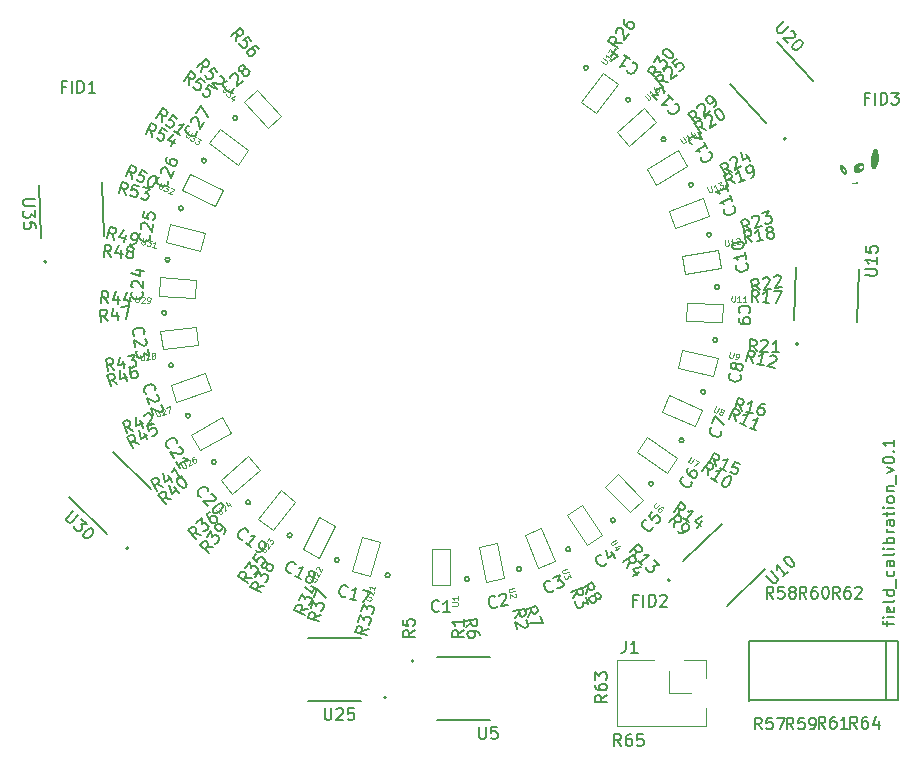
<source format=gbr>
G04 #@! TF.GenerationSoftware,KiCad,Pcbnew,5.1.5-52549c5~84~ubuntu18.04.1*
G04 #@! TF.CreationDate,2020-06-06T17:16:43+02:00*
G04 #@! TF.ProjectId,roboy_3.0_40mm_magnetic_field_calibration,726f626f-795f-4332-9e30-5f34306d6d5f,rev?*
G04 #@! TF.SameCoordinates,Original*
G04 #@! TF.FileFunction,Legend,Top*
G04 #@! TF.FilePolarity,Positive*
%FSLAX46Y46*%
G04 Gerber Fmt 4.6, Leading zero omitted, Abs format (unit mm)*
G04 Created by KiCad (PCBNEW 5.1.5-52549c5~84~ubuntu18.04.1) date 2020-06-06 17:16:43*
%MOMM*%
%LPD*%
G04 APERTURE LIST*
%ADD10C,0.150000*%
%ADD11C,0.100000*%
%ADD12C,0.120000*%
%ADD13C,0.127000*%
%ADD14C,0.200000*%
%ADD15C,0.010000*%
%ADD16C,0.060000*%
%ADD17C,0.125000*%
G04 APERTURE END LIST*
D10*
X176735714Y-113288571D02*
X176735714Y-112907619D01*
X177402380Y-113145714D02*
X176545238Y-113145714D01*
X176450000Y-113098095D01*
X176402380Y-113002857D01*
X176402380Y-112907619D01*
X177402380Y-112574285D02*
X176735714Y-112574285D01*
X176402380Y-112574285D02*
X176450000Y-112621904D01*
X176497619Y-112574285D01*
X176450000Y-112526666D01*
X176402380Y-112574285D01*
X176497619Y-112574285D01*
X177354761Y-111717142D02*
X177402380Y-111812380D01*
X177402380Y-112002857D01*
X177354761Y-112098095D01*
X177259523Y-112145714D01*
X176878571Y-112145714D01*
X176783333Y-112098095D01*
X176735714Y-112002857D01*
X176735714Y-111812380D01*
X176783333Y-111717142D01*
X176878571Y-111669523D01*
X176973809Y-111669523D01*
X177069047Y-112145714D01*
X177402380Y-111098095D02*
X177354761Y-111193333D01*
X177259523Y-111240952D01*
X176402380Y-111240952D01*
X177402380Y-110288571D02*
X176402380Y-110288571D01*
X177354761Y-110288571D02*
X177402380Y-110383809D01*
X177402380Y-110574285D01*
X177354761Y-110669523D01*
X177307142Y-110717142D01*
X177211904Y-110764761D01*
X176926190Y-110764761D01*
X176830952Y-110717142D01*
X176783333Y-110669523D01*
X176735714Y-110574285D01*
X176735714Y-110383809D01*
X176783333Y-110288571D01*
X177497619Y-110050476D02*
X177497619Y-109288571D01*
X177354761Y-108621904D02*
X177402380Y-108717142D01*
X177402380Y-108907619D01*
X177354761Y-109002857D01*
X177307142Y-109050476D01*
X177211904Y-109098095D01*
X176926190Y-109098095D01*
X176830952Y-109050476D01*
X176783333Y-109002857D01*
X176735714Y-108907619D01*
X176735714Y-108717142D01*
X176783333Y-108621904D01*
X177402380Y-107764761D02*
X176878571Y-107764761D01*
X176783333Y-107812380D01*
X176735714Y-107907619D01*
X176735714Y-108098095D01*
X176783333Y-108193333D01*
X177354761Y-107764761D02*
X177402380Y-107860000D01*
X177402380Y-108098095D01*
X177354761Y-108193333D01*
X177259523Y-108240952D01*
X177164285Y-108240952D01*
X177069047Y-108193333D01*
X177021428Y-108098095D01*
X177021428Y-107860000D01*
X176973809Y-107764761D01*
X177402380Y-107145714D02*
X177354761Y-107240952D01*
X177259523Y-107288571D01*
X176402380Y-107288571D01*
X177402380Y-106764761D02*
X176735714Y-106764761D01*
X176402380Y-106764761D02*
X176450000Y-106812380D01*
X176497619Y-106764761D01*
X176450000Y-106717142D01*
X176402380Y-106764761D01*
X176497619Y-106764761D01*
X177402380Y-106288571D02*
X176402380Y-106288571D01*
X176783333Y-106288571D02*
X176735714Y-106193333D01*
X176735714Y-106002857D01*
X176783333Y-105907619D01*
X176830952Y-105860000D01*
X176926190Y-105812380D01*
X177211904Y-105812380D01*
X177307142Y-105860000D01*
X177354761Y-105907619D01*
X177402380Y-106002857D01*
X177402380Y-106193333D01*
X177354761Y-106288571D01*
X177402380Y-105383809D02*
X176735714Y-105383809D01*
X176926190Y-105383809D02*
X176830952Y-105336190D01*
X176783333Y-105288571D01*
X176735714Y-105193333D01*
X176735714Y-105098095D01*
X177402380Y-104336190D02*
X176878571Y-104336190D01*
X176783333Y-104383809D01*
X176735714Y-104479047D01*
X176735714Y-104669523D01*
X176783333Y-104764761D01*
X177354761Y-104336190D02*
X177402380Y-104431428D01*
X177402380Y-104669523D01*
X177354761Y-104764761D01*
X177259523Y-104812380D01*
X177164285Y-104812380D01*
X177069047Y-104764761D01*
X177021428Y-104669523D01*
X177021428Y-104431428D01*
X176973809Y-104336190D01*
X176735714Y-104002857D02*
X176735714Y-103621904D01*
X176402380Y-103860000D02*
X177259523Y-103860000D01*
X177354761Y-103812380D01*
X177402380Y-103717142D01*
X177402380Y-103621904D01*
X177402380Y-103288571D02*
X176735714Y-103288571D01*
X176402380Y-103288571D02*
X176450000Y-103336190D01*
X176497619Y-103288571D01*
X176450000Y-103240952D01*
X176402380Y-103288571D01*
X176497619Y-103288571D01*
X177402380Y-102669523D02*
X177354761Y-102764761D01*
X177307142Y-102812380D01*
X177211904Y-102860000D01*
X176926190Y-102860000D01*
X176830952Y-102812380D01*
X176783333Y-102764761D01*
X176735714Y-102669523D01*
X176735714Y-102526666D01*
X176783333Y-102431428D01*
X176830952Y-102383809D01*
X176926190Y-102336190D01*
X177211904Y-102336190D01*
X177307142Y-102383809D01*
X177354761Y-102431428D01*
X177402380Y-102526666D01*
X177402380Y-102669523D01*
X176735714Y-101907619D02*
X177402380Y-101907619D01*
X176830952Y-101907619D02*
X176783333Y-101860000D01*
X176735714Y-101764761D01*
X176735714Y-101621904D01*
X176783333Y-101526666D01*
X176878571Y-101479047D01*
X177402380Y-101479047D01*
X177497619Y-101240952D02*
X177497619Y-100479047D01*
X176735714Y-100336190D02*
X177402380Y-100098095D01*
X176735714Y-99860000D01*
X176402380Y-99288571D02*
X176402380Y-99193333D01*
X176450000Y-99098095D01*
X176497619Y-99050476D01*
X176592857Y-99002857D01*
X176783333Y-98955238D01*
X177021428Y-98955238D01*
X177211904Y-99002857D01*
X177307142Y-99050476D01*
X177354761Y-99098095D01*
X177402380Y-99193333D01*
X177402380Y-99288571D01*
X177354761Y-99383809D01*
X177307142Y-99431428D01*
X177211904Y-99479047D01*
X177021428Y-99526666D01*
X176783333Y-99526666D01*
X176592857Y-99479047D01*
X176497619Y-99431428D01*
X176450000Y-99383809D01*
X176402380Y-99288571D01*
X177307142Y-98526666D02*
X177354761Y-98479047D01*
X177402380Y-98526666D01*
X177354761Y-98574285D01*
X177307142Y-98526666D01*
X177402380Y-98526666D01*
X177402380Y-97526666D02*
X177402380Y-98098095D01*
X177402380Y-97812380D02*
X176402380Y-97812380D01*
X176545238Y-97907619D01*
X176640476Y-98002857D01*
X176688095Y-98098095D01*
X151465624Y-66037823D02*
G75*
G03X151465624Y-66037823I-190263J0D01*
G01*
D11*
X150903844Y-68906986D02*
X152739380Y-66471148D01*
X152129750Y-69830772D02*
X153965286Y-67394934D01*
X153965286Y-67394934D02*
X152739380Y-66471148D01*
X152129750Y-69830772D02*
X150903844Y-68906986D01*
D12*
X161450000Y-116200000D02*
X161450000Y-117730000D01*
X159605000Y-116200000D02*
X161450000Y-116200000D01*
X158335000Y-119000000D02*
X158335000Y-117130000D01*
X160205000Y-119000000D02*
X158335000Y-119000000D01*
X161450000Y-120270000D02*
X161450000Y-121800000D01*
X161450000Y-121800000D02*
X153950000Y-121800000D01*
X153950000Y-116200000D02*
X153950000Y-121800000D01*
X157065000Y-116200000D02*
X153950000Y-116200000D01*
D11*
X138245000Y-106815000D02*
X139780000Y-106815000D01*
X138245000Y-109865000D02*
X139780000Y-109865000D01*
X138245000Y-106815000D02*
X138245000Y-109865000D01*
X139780000Y-106815000D02*
X139780000Y-109865000D01*
D10*
X141400263Y-109330000D02*
G75*
G03X141400263Y-109330000I-190263J0D01*
G01*
X145811234Y-108479674D02*
G75*
G03X145811234Y-108479674I-190264J0D01*
G01*
D11*
X143737359Y-106283739D02*
X144319326Y-109277702D01*
X142230561Y-106576631D02*
X142812528Y-109570593D01*
X142812528Y-109570593D02*
X144319326Y-109277702D01*
X142230561Y-106576631D02*
X143737359Y-106283739D01*
D10*
X149978911Y-106803319D02*
G75*
G03X149978911Y-106803319I-190263J0D01*
G01*
D11*
X147520640Y-105007139D02*
X148663190Y-107835050D01*
X146097412Y-105582160D02*
X147239962Y-108410071D01*
X147239962Y-108410071D02*
X148663190Y-107835050D01*
X146097412Y-105582160D02*
X147520640Y-105007139D01*
X149703465Y-103868130D02*
X150990825Y-103032109D01*
X151364615Y-106426075D02*
X152651974Y-105590054D01*
X149703465Y-103868130D02*
X151364615Y-106426075D01*
X150990825Y-103032109D02*
X152651974Y-105590054D01*
D10*
X153750153Y-104362532D02*
G75*
G03X153750153Y-104362532I-190262J0D01*
G01*
D13*
X138650000Y-121260000D02*
X143150000Y-121260000D01*
X143150000Y-115940000D02*
X138650000Y-115940000D01*
D14*
X136720000Y-116260000D02*
G75*
G03X136720000Y-116260000I-100000J0D01*
G01*
D10*
X156986383Y-101247003D02*
G75*
G03X156986383Y-101247003I-190262J0D01*
G01*
D11*
X154020399Y-100431225D02*
X156139107Y-102625211D01*
X152916212Y-101497525D02*
X155034920Y-103691512D01*
X155034920Y-103691512D02*
X156139107Y-102625211D01*
X152916212Y-101497525D02*
X154020399Y-100431225D01*
D10*
X159568684Y-97571213D02*
G75*
G03X159568684Y-97571213I-190263J0D01*
G01*
D11*
X156498039Y-97300055D02*
X158996453Y-99049463D01*
X155617600Y-98557454D02*
X158116013Y-100306862D01*
X158116013Y-100306862D02*
X158996453Y-99049463D01*
X155617600Y-98557454D02*
X156498039Y-97300055D01*
D10*
X161402167Y-93470230D02*
G75*
G03X161402167Y-93470230I-190264J0D01*
G01*
D11*
X158332703Y-93753658D02*
X161119017Y-94994204D01*
X157708362Y-95155950D02*
X160494676Y-96396497D01*
X160494676Y-96396497D02*
X161119017Y-94994204D01*
X157708362Y-95155950D02*
X158332703Y-93753658D01*
X159111674Y-91418005D02*
X159456974Y-89922347D01*
X162083503Y-92104106D02*
X162428803Y-90608448D01*
X159111674Y-91418005D02*
X162083503Y-92104106D01*
X159456974Y-89922347D02*
X162428803Y-90608448D01*
D10*
X162419458Y-89094750D02*
G75*
G03X162419458Y-89094750I-190263J0D01*
G01*
D14*
X158408333Y-109420510D02*
G75*
G03X158408333Y-109420510I-100000J0D01*
G01*
D13*
X162783331Y-104654202D02*
X159546302Y-107780164D01*
X163241885Y-111607052D02*
X166478914Y-108481090D01*
D11*
X159775971Y-87480973D02*
X159829541Y-85946908D01*
X162824113Y-87587417D02*
X162877683Y-86053352D01*
X159775971Y-87480973D02*
X162824113Y-87587417D01*
X159829541Y-85946908D02*
X162877683Y-86053352D01*
D10*
X162583179Y-84605552D02*
G75*
G03X162583179Y-84605552I-190263J0D01*
G01*
D11*
X159676840Y-83489522D02*
X159436713Y-81973420D01*
X162689290Y-83012396D02*
X162449163Y-81496295D01*
X159676840Y-83489522D02*
X162689290Y-83012396D01*
X159436713Y-81973420D02*
X162449163Y-81496295D01*
D10*
X161887311Y-80167593D02*
G75*
G03X161887311Y-80167593I-190263J0D01*
G01*
D11*
X158817927Y-79590319D02*
X158292927Y-78147891D01*
X161683990Y-78547157D02*
X161158989Y-77104729D01*
X158817927Y-79590319D02*
X161683990Y-78547157D01*
X158292927Y-78147891D02*
X161158989Y-77104729D01*
D10*
X160357427Y-75943950D02*
G75*
G03X160357427Y-75943950I-190262J0D01*
G01*
X158049743Y-72089822D02*
G75*
G03X158049743Y-72089822I-190264J0D01*
G01*
D11*
X156440208Y-74610892D02*
X159054568Y-73040025D01*
X157230791Y-75926643D02*
X159845152Y-74355777D01*
X159845152Y-74355777D02*
X159054568Y-73040025D01*
X157230791Y-75926643D02*
X156440208Y-74610892D01*
D13*
X174226306Y-87580343D02*
X174383353Y-83083084D01*
X169066594Y-82897419D02*
X168909547Y-87394678D01*
D14*
X169258506Y-89434609D02*
G75*
G03X169258506Y-89434609I-100000J0D01*
G01*
D11*
X154973753Y-72633121D02*
X153946638Y-71492394D01*
X157240345Y-70592273D02*
X156213229Y-69451545D01*
X154973753Y-72633121D02*
X157240345Y-70592273D01*
X153946638Y-71492394D02*
X156213229Y-69451545D01*
D10*
X155049053Y-68746833D02*
G75*
G03X155049053Y-68746833I-190263J0D01*
G01*
D13*
X170482309Y-67192188D02*
X167471221Y-63848037D01*
X163517691Y-67407812D02*
X166528779Y-70751963D01*
D14*
X168224920Y-72046425D02*
G75*
G03X168224920Y-72046425I-100000J0D01*
G01*
D10*
X134683176Y-108996938D02*
G75*
G03X134683176Y-108996938I-190263J0D01*
G01*
D11*
X133836100Y-106179365D02*
X132969853Y-109103765D01*
X132364311Y-105743401D02*
X131498064Y-108667801D01*
X131498064Y-108667801D02*
X132969853Y-109103765D01*
X132364311Y-105743401D02*
X133836100Y-106179365D01*
X128719010Y-104114510D02*
X130080572Y-104823294D01*
X127310677Y-106819893D02*
X128672238Y-107528677D01*
X128719010Y-104114510D02*
X127310677Y-106819893D01*
X130080572Y-104823294D02*
X128672238Y-107528677D01*
D10*
X130377961Y-107714427D02*
G75*
G03X130377961Y-107714427I-190262J0D01*
G01*
X126396562Y-105634005D02*
G75*
G03X126396562Y-105634005I-190264J0D01*
G01*
D11*
X126652792Y-102775550D02*
X124754123Y-105162505D01*
X125451489Y-101819990D02*
X123552819Y-104206945D01*
X123552819Y-104206945D02*
X124754123Y-105162505D01*
X125451489Y-101819990D02*
X126652792Y-102775550D01*
X122681817Y-98944155D02*
X123678720Y-100111378D01*
X120362579Y-100924971D02*
X121359481Y-102092194D01*
X122681817Y-98944155D02*
X120362579Y-100924971D01*
X123678720Y-100111378D02*
X121359481Y-102092194D01*
D10*
X122885271Y-102832120D02*
G75*
G03X122885271Y-102832120I-190262J0D01*
G01*
D14*
X134380000Y-119340000D02*
G75*
G03X134380000Y-119340000I-100000J0D01*
G01*
D13*
X127750000Y-119660000D02*
X132250000Y-119660000D01*
X132250000Y-114340000D02*
X127750000Y-114340000D01*
D11*
X120511767Y-95592678D02*
X121267637Y-96928674D01*
X117857182Y-97094569D02*
X118613052Y-98430565D01*
X120511767Y-95592678D02*
X117857182Y-97094569D01*
X121267637Y-96928674D02*
X118613052Y-98430565D01*
D10*
X119973121Y-99411727D02*
G75*
G03X119973121Y-99411727I-190263J0D01*
G01*
X117767117Y-95498512D02*
G75*
G03X117767117Y-95498512I-190264J0D01*
G01*
D11*
X119508141Y-93344388D02*
X116615754Y-94312168D01*
X119021079Y-91888712D02*
X116128691Y-92856491D01*
X116128691Y-92856491D02*
X116615754Y-94312168D01*
X119021079Y-91888712D02*
X119508141Y-93344388D01*
X118264528Y-87968362D02*
X118464886Y-89490229D01*
X115240621Y-88366466D02*
X115440979Y-89888334D01*
X118264528Y-87968362D02*
X115240621Y-88366466D01*
X118464886Y-89490229D02*
X115440979Y-89888334D01*
D10*
X116348317Y-91236269D02*
G75*
G03X116348317Y-91236269I-190263J0D01*
G01*
X115768860Y-86781615D02*
G75*
G03X115768860Y-86781615I-190263J0D01*
G01*
D11*
X118176206Y-85507820D02*
X115131895Y-85321622D01*
X118269915Y-83975683D02*
X115225604Y-83789485D01*
X115225604Y-83789485D02*
X115131895Y-85321622D01*
X118269915Y-83975683D02*
X118176206Y-85507820D01*
D13*
X114457838Y-101697145D02*
X111220809Y-98571183D01*
X107525226Y-102398071D02*
X110762255Y-105524033D01*
D14*
X112544806Y-106704001D02*
G75*
G03X112544806Y-106704001I-100000J0D01*
G01*
D11*
X119037044Y-80057389D02*
X118652711Y-81543495D01*
X116084194Y-79293730D02*
X115699860Y-80779836D01*
X119037044Y-80057389D02*
X116084194Y-79293730D01*
X118652711Y-81543495D02*
X115699860Y-80779836D01*
D10*
X116050039Y-82298241D02*
G75*
G03X116050039Y-82298241I-190263J0D01*
G01*
X117181519Y-77950890D02*
G75*
G03X117181519Y-77950890I-190263J0D01*
G01*
D11*
X119876889Y-77742928D02*
X117124004Y-76429869D01*
X120537723Y-76357460D02*
X117784838Y-75044401D01*
X117784838Y-75044401D02*
X117124004Y-76429869D01*
X120537723Y-76357460D02*
X119876889Y-77742928D01*
D10*
X119121724Y-73899308D02*
G75*
G03X119121724Y-73899308I-190263J0D01*
G01*
D11*
X121803758Y-74245772D02*
X119351994Y-72431563D01*
X122716811Y-73011852D02*
X120265047Y-71197643D01*
X120265047Y-71197643D02*
X119351994Y-72431563D01*
X122716811Y-73011852D02*
X121803758Y-74245772D01*
X125494234Y-70143502D02*
X124362513Y-71180533D01*
X123433684Y-67894806D02*
X122301963Y-68931837D01*
X125494234Y-70143502D02*
X123433684Y-67894806D01*
X124362513Y-71180533D02*
X122301963Y-68931837D01*
D10*
X121799360Y-70292375D02*
G75*
G03X121799360Y-70292375I-190263J0D01*
G01*
D13*
X110441692Y-80243164D02*
X110284645Y-75745905D01*
X104967886Y-75931570D02*
X105124933Y-80428829D01*
D14*
X105615585Y-82446425D02*
G75*
G03X105615585Y-82446425I-100001J0D01*
G01*
D13*
X165110000Y-119610000D02*
X177730000Y-119600000D01*
X177710000Y-119610000D02*
X177710000Y-114610000D01*
X177730000Y-114600000D02*
X165090000Y-114600000D01*
X165110000Y-114600000D02*
X165110000Y-119620000D01*
X176720000Y-114590000D02*
X176720000Y-119600000D01*
D15*
G36*
X174518423Y-74101777D02*
G01*
X174556263Y-74105066D01*
X174576759Y-74108897D01*
X174628390Y-74125874D01*
X174673060Y-74149654D01*
X174710646Y-74179527D01*
X174741024Y-74214781D01*
X174764071Y-74254703D01*
X174779661Y-74298583D01*
X174787672Y-74345708D01*
X174787980Y-74395366D01*
X174780461Y-74446846D01*
X174764990Y-74499436D01*
X174741445Y-74552424D01*
X174709701Y-74605099D01*
X174671669Y-74654398D01*
X174622024Y-74705506D01*
X174567034Y-74750255D01*
X174507863Y-74788142D01*
X174445678Y-74818666D01*
X174381645Y-74841325D01*
X174316929Y-74855617D01*
X174252695Y-74861041D01*
X174198218Y-74858169D01*
X174143393Y-74847107D01*
X174094297Y-74828036D01*
X174051371Y-74801148D01*
X174032887Y-74785333D01*
X174001140Y-74751436D01*
X173978000Y-74716962D01*
X173962118Y-74679320D01*
X173952141Y-74635916D01*
X173950986Y-74628145D01*
X173948426Y-74573755D01*
X173955286Y-74518691D01*
X173970934Y-74463752D01*
X173984275Y-74433475D01*
X174349164Y-74433475D01*
X174351545Y-74455112D01*
X174364506Y-74499304D01*
X174385689Y-74538657D01*
X174414198Y-74572122D01*
X174449137Y-74598653D01*
X174489610Y-74617204D01*
X174490453Y-74617481D01*
X174510411Y-74621460D01*
X174537461Y-74623152D01*
X174555684Y-74622976D01*
X174579938Y-74621571D01*
X174598324Y-74618634D01*
X174615122Y-74613176D01*
X174632690Y-74605155D01*
X174669679Y-74581788D01*
X174700282Y-74551948D01*
X174723754Y-74517048D01*
X174739349Y-74478504D01*
X174746322Y-74437728D01*
X174743925Y-74396134D01*
X174743670Y-74394722D01*
X174730966Y-74352824D01*
X174709644Y-74314438D01*
X174680985Y-74281215D01*
X174646270Y-74254806D01*
X174627445Y-74244858D01*
X174597518Y-74235350D01*
X174562396Y-74230786D01*
X174525790Y-74231225D01*
X174491413Y-74236724D01*
X174473531Y-74242426D01*
X174438383Y-74261486D01*
X174407691Y-74287944D01*
X174382440Y-74320087D01*
X174363613Y-74356199D01*
X174352193Y-74394567D01*
X174349164Y-74433475D01*
X173984275Y-74433475D01*
X173994736Y-74409736D01*
X174026061Y-74357441D01*
X174064274Y-74307666D01*
X174108745Y-74261207D01*
X174158840Y-74218864D01*
X174213926Y-74181434D01*
X174273370Y-74149716D01*
X174336541Y-74124507D01*
X174354886Y-74118701D01*
X174391263Y-74110238D01*
X174432757Y-74104503D01*
X174476199Y-74101636D01*
X174518423Y-74101777D01*
G37*
X174518423Y-74101777D02*
X174556263Y-74105066D01*
X174576759Y-74108897D01*
X174628390Y-74125874D01*
X174673060Y-74149654D01*
X174710646Y-74179527D01*
X174741024Y-74214781D01*
X174764071Y-74254703D01*
X174779661Y-74298583D01*
X174787672Y-74345708D01*
X174787980Y-74395366D01*
X174780461Y-74446846D01*
X174764990Y-74499436D01*
X174741445Y-74552424D01*
X174709701Y-74605099D01*
X174671669Y-74654398D01*
X174622024Y-74705506D01*
X174567034Y-74750255D01*
X174507863Y-74788142D01*
X174445678Y-74818666D01*
X174381645Y-74841325D01*
X174316929Y-74855617D01*
X174252695Y-74861041D01*
X174198218Y-74858169D01*
X174143393Y-74847107D01*
X174094297Y-74828036D01*
X174051371Y-74801148D01*
X174032887Y-74785333D01*
X174001140Y-74751436D01*
X173978000Y-74716962D01*
X173962118Y-74679320D01*
X173952141Y-74635916D01*
X173950986Y-74628145D01*
X173948426Y-74573755D01*
X173955286Y-74518691D01*
X173970934Y-74463752D01*
X173984275Y-74433475D01*
X174349164Y-74433475D01*
X174351545Y-74455112D01*
X174364506Y-74499304D01*
X174385689Y-74538657D01*
X174414198Y-74572122D01*
X174449137Y-74598653D01*
X174489610Y-74617204D01*
X174490453Y-74617481D01*
X174510411Y-74621460D01*
X174537461Y-74623152D01*
X174555684Y-74622976D01*
X174579938Y-74621571D01*
X174598324Y-74618634D01*
X174615122Y-74613176D01*
X174632690Y-74605155D01*
X174669679Y-74581788D01*
X174700282Y-74551948D01*
X174723754Y-74517048D01*
X174739349Y-74478504D01*
X174746322Y-74437728D01*
X174743925Y-74396134D01*
X174743670Y-74394722D01*
X174730966Y-74352824D01*
X174709644Y-74314438D01*
X174680985Y-74281215D01*
X174646270Y-74254806D01*
X174627445Y-74244858D01*
X174597518Y-74235350D01*
X174562396Y-74230786D01*
X174525790Y-74231225D01*
X174491413Y-74236724D01*
X174473531Y-74242426D01*
X174438383Y-74261486D01*
X174407691Y-74287944D01*
X174382440Y-74320087D01*
X174363613Y-74356199D01*
X174352193Y-74394567D01*
X174349164Y-74433475D01*
X173984275Y-74433475D01*
X173994736Y-74409736D01*
X174026061Y-74357441D01*
X174064274Y-74307666D01*
X174108745Y-74261207D01*
X174158840Y-74218864D01*
X174213926Y-74181434D01*
X174273370Y-74149716D01*
X174336541Y-74124507D01*
X174354886Y-74118701D01*
X174391263Y-74110238D01*
X174432757Y-74104503D01*
X174476199Y-74101636D01*
X174518423Y-74101777D01*
G36*
X172893665Y-74292400D02*
G01*
X172911199Y-74294815D01*
X172927879Y-74300076D01*
X172946678Y-74308404D01*
X172996544Y-74336810D01*
X173046028Y-74374026D01*
X173094186Y-74418713D01*
X173140077Y-74469536D01*
X173182757Y-74525158D01*
X173221285Y-74584244D01*
X173254717Y-74645456D01*
X173282112Y-74707459D01*
X173302526Y-74768917D01*
X173315018Y-74828492D01*
X173315381Y-74831129D01*
X173318149Y-74874196D01*
X173314456Y-74912257D01*
X173304593Y-74944427D01*
X173288853Y-74969822D01*
X173267525Y-74987556D01*
X173263187Y-74989832D01*
X173235219Y-74998318D01*
X173203409Y-74999581D01*
X173171189Y-74993488D01*
X173170740Y-74993346D01*
X173127203Y-74975057D01*
X173082270Y-74947842D01*
X173036881Y-74912665D01*
X172991976Y-74870487D01*
X172948495Y-74822272D01*
X172907378Y-74768982D01*
X172869565Y-74711579D01*
X172835996Y-74651026D01*
X172835540Y-74650119D01*
X172810181Y-74595845D01*
X172801711Y-74573574D01*
X172955284Y-74573574D01*
X172955543Y-74601315D01*
X172958121Y-74629311D01*
X172962567Y-74652702D01*
X172972407Y-74682865D01*
X172986999Y-74717156D01*
X173004535Y-74751944D01*
X173023208Y-74783596D01*
X173038382Y-74805022D01*
X173069895Y-74840806D01*
X173101152Y-74868895D01*
X173131506Y-74889000D01*
X173160309Y-74900834D01*
X173186913Y-74904109D01*
X173210670Y-74898538D01*
X173226133Y-74888466D01*
X173240767Y-74871999D01*
X173250019Y-74852003D01*
X173254606Y-74826313D01*
X173255402Y-74800316D01*
X173251584Y-74761085D01*
X173241587Y-74720767D01*
X173226265Y-74680451D01*
X173206466Y-74641228D01*
X173183042Y-74604188D01*
X173156844Y-74570421D01*
X173128723Y-74541018D01*
X173099529Y-74517069D01*
X173070113Y-74499664D01*
X173041326Y-74489894D01*
X173014019Y-74488849D01*
X173012521Y-74489075D01*
X172990226Y-74497610D01*
X172971870Y-74514429D01*
X172961805Y-74531686D01*
X172957365Y-74549295D01*
X172955284Y-74573574D01*
X172801711Y-74573574D01*
X172791505Y-74546742D01*
X172778956Y-74500850D01*
X172771980Y-74456209D01*
X172770024Y-74418820D01*
X172770147Y-74393734D01*
X172771356Y-74375780D01*
X172774108Y-74361950D01*
X172778861Y-74349235D01*
X172781443Y-74343751D01*
X172792212Y-74326421D01*
X172805671Y-74310733D01*
X172811471Y-74305651D01*
X172821774Y-74298608D01*
X172831873Y-74294452D01*
X172844939Y-74292443D01*
X172864145Y-74291838D01*
X172870641Y-74291820D01*
X172893665Y-74292400D01*
G37*
X172893665Y-74292400D02*
X172911199Y-74294815D01*
X172927879Y-74300076D01*
X172946678Y-74308404D01*
X172996544Y-74336810D01*
X173046028Y-74374026D01*
X173094186Y-74418713D01*
X173140077Y-74469536D01*
X173182757Y-74525158D01*
X173221285Y-74584244D01*
X173254717Y-74645456D01*
X173282112Y-74707459D01*
X173302526Y-74768917D01*
X173315018Y-74828492D01*
X173315381Y-74831129D01*
X173318149Y-74874196D01*
X173314456Y-74912257D01*
X173304593Y-74944427D01*
X173288853Y-74969822D01*
X173267525Y-74987556D01*
X173263187Y-74989832D01*
X173235219Y-74998318D01*
X173203409Y-74999581D01*
X173171189Y-74993488D01*
X173170740Y-74993346D01*
X173127203Y-74975057D01*
X173082270Y-74947842D01*
X173036881Y-74912665D01*
X172991976Y-74870487D01*
X172948495Y-74822272D01*
X172907378Y-74768982D01*
X172869565Y-74711579D01*
X172835996Y-74651026D01*
X172835540Y-74650119D01*
X172810181Y-74595845D01*
X172801711Y-74573574D01*
X172955284Y-74573574D01*
X172955543Y-74601315D01*
X172958121Y-74629311D01*
X172962567Y-74652702D01*
X172972407Y-74682865D01*
X172986999Y-74717156D01*
X173004535Y-74751944D01*
X173023208Y-74783596D01*
X173038382Y-74805022D01*
X173069895Y-74840806D01*
X173101152Y-74868895D01*
X173131506Y-74889000D01*
X173160309Y-74900834D01*
X173186913Y-74904109D01*
X173210670Y-74898538D01*
X173226133Y-74888466D01*
X173240767Y-74871999D01*
X173250019Y-74852003D01*
X173254606Y-74826313D01*
X173255402Y-74800316D01*
X173251584Y-74761085D01*
X173241587Y-74720767D01*
X173226265Y-74680451D01*
X173206466Y-74641228D01*
X173183042Y-74604188D01*
X173156844Y-74570421D01*
X173128723Y-74541018D01*
X173099529Y-74517069D01*
X173070113Y-74499664D01*
X173041326Y-74489894D01*
X173014019Y-74488849D01*
X173012521Y-74489075D01*
X172990226Y-74497610D01*
X172971870Y-74514429D01*
X172961805Y-74531686D01*
X172957365Y-74549295D01*
X172955284Y-74573574D01*
X172801711Y-74573574D01*
X172791505Y-74546742D01*
X172778956Y-74500850D01*
X172771980Y-74456209D01*
X172770024Y-74418820D01*
X172770147Y-74393734D01*
X172771356Y-74375780D01*
X172774108Y-74361950D01*
X172778861Y-74349235D01*
X172781443Y-74343751D01*
X172792212Y-74326421D01*
X172805671Y-74310733D01*
X172811471Y-74305651D01*
X172821774Y-74298608D01*
X172831873Y-74294452D01*
X172844939Y-74292443D01*
X172864145Y-74291838D01*
X172870641Y-74291820D01*
X172893665Y-74292400D01*
D16*
G36*
X174224692Y-75731830D02*
G01*
X174228884Y-75737238D01*
X174229842Y-75745434D01*
X174225424Y-75750854D01*
X174213375Y-75758710D01*
X174195655Y-75768093D01*
X174174225Y-75778090D01*
X174151046Y-75787791D01*
X174128078Y-75796284D01*
X174107282Y-75802659D01*
X174105917Y-75803013D01*
X174062856Y-75810486D01*
X174014361Y-75812860D01*
X173963785Y-75810138D01*
X173917500Y-75802965D01*
X173890200Y-75797186D01*
X173871309Y-75792973D01*
X173859286Y-75789840D01*
X173852588Y-75787302D01*
X173849673Y-75784876D01*
X173848999Y-75782076D01*
X173848997Y-75781433D01*
X173850026Y-75773727D01*
X173853898Y-75769084D01*
X173862140Y-75767369D01*
X173876276Y-75768449D01*
X173897832Y-75772190D01*
X173914960Y-75775657D01*
X173973922Y-75785109D01*
X174027388Y-75787441D01*
X174077312Y-75782442D01*
X174125646Y-75769901D01*
X174174342Y-75749609D01*
X174179221Y-75747188D01*
X174201207Y-75736758D01*
X174215915Y-75731654D01*
X174224692Y-75731830D01*
G37*
X174224692Y-75731830D02*
X174228884Y-75737238D01*
X174229842Y-75745434D01*
X174225424Y-75750854D01*
X174213375Y-75758710D01*
X174195655Y-75768093D01*
X174174225Y-75778090D01*
X174151046Y-75787791D01*
X174128078Y-75796284D01*
X174107282Y-75802659D01*
X174105917Y-75803013D01*
X174062856Y-75810486D01*
X174014361Y-75812860D01*
X173963785Y-75810138D01*
X173917500Y-75802965D01*
X173890200Y-75797186D01*
X173871309Y-75792973D01*
X173859286Y-75789840D01*
X173852588Y-75787302D01*
X173849673Y-75784876D01*
X173848999Y-75782076D01*
X173848997Y-75781433D01*
X173850026Y-75773727D01*
X173853898Y-75769084D01*
X173862140Y-75767369D01*
X173876276Y-75768449D01*
X173897832Y-75772190D01*
X173914960Y-75775657D01*
X173973922Y-75785109D01*
X174027388Y-75787441D01*
X174077312Y-75782442D01*
X174125646Y-75769901D01*
X174174342Y-75749609D01*
X174179221Y-75747188D01*
X174201207Y-75736758D01*
X174215915Y-75731654D01*
X174224692Y-75731830D01*
D15*
G36*
X175778201Y-72929738D02*
G01*
X175798348Y-72931965D01*
X175815863Y-72935564D01*
X175831188Y-72941308D01*
X175844766Y-72949971D01*
X175857039Y-72962324D01*
X175868450Y-72979140D01*
X175879440Y-73001193D01*
X175890453Y-73029255D01*
X175901931Y-73064099D01*
X175914316Y-73106498D01*
X175928050Y-73157225D01*
X175943577Y-73217052D01*
X175944299Y-73219867D01*
X175961506Y-73292474D01*
X175975540Y-73364276D01*
X175986689Y-73437443D01*
X175995238Y-73514150D01*
X176001474Y-73596569D01*
X176005609Y-73684760D01*
X176006717Y-73718405D01*
X176007222Y-73744525D01*
X176006933Y-73765749D01*
X176005658Y-73784703D01*
X176003208Y-73804014D01*
X175999391Y-73826309D01*
X175994016Y-73854217D01*
X175992872Y-73860020D01*
X175976391Y-73938711D01*
X175958865Y-74013406D01*
X175940546Y-74083339D01*
X175921687Y-74147741D01*
X175902541Y-74205845D01*
X175883359Y-74256882D01*
X175864394Y-74300085D01*
X175845900Y-74334686D01*
X175828657Y-74359293D01*
X175817953Y-74372749D01*
X175803677Y-74391717D01*
X175787975Y-74413311D01*
X175777487Y-74428152D01*
X175751986Y-74462275D01*
X175728222Y-74489201D01*
X175706922Y-74508184D01*
X175689823Y-74518106D01*
X175677848Y-74520698D01*
X175660149Y-74522358D01*
X175645639Y-74522712D01*
X175629049Y-74521866D01*
X175613769Y-74519024D01*
X175596746Y-74513303D01*
X175574929Y-74503818D01*
X175565960Y-74499618D01*
X175543192Y-74487894D01*
X175521706Y-74475181D01*
X175504652Y-74463418D01*
X175498199Y-74457955D01*
X175475298Y-74429710D01*
X175455228Y-74391883D01*
X175437972Y-74344420D01*
X175423507Y-74287269D01*
X175414959Y-74241020D01*
X175412442Y-74223764D01*
X175410422Y-74205587D01*
X175408848Y-74185174D01*
X175407672Y-74161208D01*
X175406843Y-74132375D01*
X175406312Y-74097359D01*
X175406029Y-74054844D01*
X175405945Y-74003516D01*
X175405945Y-74002260D01*
X175406068Y-73945778D01*
X175406514Y-73897431D01*
X175407403Y-73855192D01*
X175408857Y-73817037D01*
X175410997Y-73780942D01*
X175413942Y-73744882D01*
X175417814Y-73706833D01*
X175422734Y-73664769D01*
X175428823Y-73616667D01*
X175429068Y-73614778D01*
X175438126Y-73557754D01*
X175450976Y-73495299D01*
X175467031Y-73429301D01*
X175485706Y-73361648D01*
X175506413Y-73294227D01*
X175528565Y-73228927D01*
X175551577Y-73167635D01*
X175574862Y-73112239D01*
X175597832Y-73064626D01*
X175603030Y-73054937D01*
X175630897Y-73010835D01*
X175661983Y-72973517D01*
X175662588Y-72972896D01*
X175685380Y-72951619D01*
X175706068Y-72937902D01*
X175727763Y-72930583D01*
X175753575Y-72928502D01*
X175778201Y-72929738D01*
G37*
X175778201Y-72929738D02*
X175798348Y-72931965D01*
X175815863Y-72935564D01*
X175831188Y-72941308D01*
X175844766Y-72949971D01*
X175857039Y-72962324D01*
X175868450Y-72979140D01*
X175879440Y-73001193D01*
X175890453Y-73029255D01*
X175901931Y-73064099D01*
X175914316Y-73106498D01*
X175928050Y-73157225D01*
X175943577Y-73217052D01*
X175944299Y-73219867D01*
X175961506Y-73292474D01*
X175975540Y-73364276D01*
X175986689Y-73437443D01*
X175995238Y-73514150D01*
X176001474Y-73596569D01*
X176005609Y-73684760D01*
X176006717Y-73718405D01*
X176007222Y-73744525D01*
X176006933Y-73765749D01*
X176005658Y-73784703D01*
X176003208Y-73804014D01*
X175999391Y-73826309D01*
X175994016Y-73854217D01*
X175992872Y-73860020D01*
X175976391Y-73938711D01*
X175958865Y-74013406D01*
X175940546Y-74083339D01*
X175921687Y-74147741D01*
X175902541Y-74205845D01*
X175883359Y-74256882D01*
X175864394Y-74300085D01*
X175845900Y-74334686D01*
X175828657Y-74359293D01*
X175817953Y-74372749D01*
X175803677Y-74391717D01*
X175787975Y-74413311D01*
X175777487Y-74428152D01*
X175751986Y-74462275D01*
X175728222Y-74489201D01*
X175706922Y-74508184D01*
X175689823Y-74518106D01*
X175677848Y-74520698D01*
X175660149Y-74522358D01*
X175645639Y-74522712D01*
X175629049Y-74521866D01*
X175613769Y-74519024D01*
X175596746Y-74513303D01*
X175574929Y-74503818D01*
X175565960Y-74499618D01*
X175543192Y-74487894D01*
X175521706Y-74475181D01*
X175504652Y-74463418D01*
X175498199Y-74457955D01*
X175475298Y-74429710D01*
X175455228Y-74391883D01*
X175437972Y-74344420D01*
X175423507Y-74287269D01*
X175414959Y-74241020D01*
X175412442Y-74223764D01*
X175410422Y-74205587D01*
X175408848Y-74185174D01*
X175407672Y-74161208D01*
X175406843Y-74132375D01*
X175406312Y-74097359D01*
X175406029Y-74054844D01*
X175405945Y-74003516D01*
X175405945Y-74002260D01*
X175406068Y-73945778D01*
X175406514Y-73897431D01*
X175407403Y-73855192D01*
X175408857Y-73817037D01*
X175410997Y-73780942D01*
X175413942Y-73744882D01*
X175417814Y-73706833D01*
X175422734Y-73664769D01*
X175428823Y-73616667D01*
X175429068Y-73614778D01*
X175438126Y-73557754D01*
X175450976Y-73495299D01*
X175467031Y-73429301D01*
X175485706Y-73361648D01*
X175506413Y-73294227D01*
X175528565Y-73228927D01*
X175551577Y-73167635D01*
X175574862Y-73112239D01*
X175597832Y-73064626D01*
X175603030Y-73054937D01*
X175630897Y-73010835D01*
X175661983Y-72973517D01*
X175662588Y-72972896D01*
X175685380Y-72951619D01*
X175706068Y-72937902D01*
X175727763Y-72930583D01*
X175753575Y-72928502D01*
X175778201Y-72929738D01*
D17*
X152576218Y-65451727D02*
X152899476Y-65695319D01*
X152951835Y-65704962D01*
X152985179Y-65700276D01*
X153032852Y-65676574D01*
X153090168Y-65600514D01*
X153099810Y-65548154D01*
X153095124Y-65514810D01*
X153071423Y-65467137D01*
X152748165Y-65223546D01*
X153448391Y-65125135D02*
X153276444Y-65353317D01*
X153362417Y-65239226D02*
X152963099Y-64938319D01*
X152991487Y-65019336D01*
X153000859Y-65086024D01*
X152991217Y-65138383D01*
X153149375Y-64691122D02*
X153349981Y-64424910D01*
X153620338Y-64896954D01*
D10*
X154666666Y-114552380D02*
X154666666Y-115266666D01*
X154619047Y-115409523D01*
X154523809Y-115504761D01*
X154380952Y-115552380D01*
X154285714Y-115552380D01*
X155666666Y-115552380D02*
X155095238Y-115552380D01*
X155380952Y-115552380D02*
X155380952Y-114552380D01*
X155285714Y-114695238D01*
X155190476Y-114790476D01*
X155095238Y-114838095D01*
X138833333Y-112027142D02*
X138785714Y-112074761D01*
X138642857Y-112122380D01*
X138547619Y-112122380D01*
X138404761Y-112074761D01*
X138309523Y-111979523D01*
X138261904Y-111884285D01*
X138214285Y-111693809D01*
X138214285Y-111550952D01*
X138261904Y-111360476D01*
X138309523Y-111265238D01*
X138404761Y-111170000D01*
X138547619Y-111122380D01*
X138642857Y-111122380D01*
X138785714Y-111170000D01*
X138833333Y-111217619D01*
X139785714Y-112122380D02*
X139214285Y-112122380D01*
X139500000Y-112122380D02*
X139500000Y-111122380D01*
X139404761Y-111265238D01*
X139309523Y-111360476D01*
X139214285Y-111408095D01*
X143762779Y-111614237D02*
X143727192Y-111671410D01*
X143598846Y-111750169D01*
X143506086Y-111771754D01*
X143356154Y-111757753D01*
X143241808Y-111686580D01*
X143173843Y-111604613D01*
X143084291Y-111429887D01*
X143051912Y-111290747D01*
X143055121Y-111094435D01*
X143079914Y-110990882D01*
X143151088Y-110876537D01*
X143279435Y-110797778D01*
X143372194Y-110776193D01*
X143522127Y-110790194D01*
X143579299Y-110825781D01*
X143950338Y-110739437D02*
X143985925Y-110682264D01*
X144067891Y-110614299D01*
X144299791Y-110560334D01*
X144403343Y-110585128D01*
X144460516Y-110620715D01*
X144528481Y-110702682D01*
X144550067Y-110795441D01*
X144536066Y-110945374D01*
X144109024Y-111631446D01*
X144711961Y-111491139D01*
X148562702Y-110234851D02*
X148538678Y-110297763D01*
X148427717Y-110399565D01*
X148340781Y-110438453D01*
X148190931Y-110453318D01*
X148065106Y-110405270D01*
X147982749Y-110337778D01*
X147861504Y-110183349D01*
X147803171Y-110052944D01*
X147768862Y-109859626D01*
X147773442Y-109753245D01*
X147821490Y-109627420D01*
X147932450Y-109525619D01*
X148019387Y-109486730D01*
X148169236Y-109471866D01*
X148232149Y-109495890D01*
X148497538Y-109272843D02*
X149062626Y-109020067D01*
X148913902Y-109503924D01*
X149044307Y-109445591D01*
X149150688Y-109450170D01*
X149213601Y-109474194D01*
X149295958Y-109541687D01*
X149393179Y-109759028D01*
X149388599Y-109865409D01*
X149364575Y-109928322D01*
X149297083Y-110010678D01*
X149036273Y-110127344D01*
X148929892Y-110122765D01*
X148866980Y-110098741D01*
X153011235Y-107964938D02*
X152999657Y-108031279D01*
X152910160Y-108152382D01*
X152832241Y-108207144D01*
X152687981Y-108250328D01*
X152555299Y-108227172D01*
X152461578Y-108176634D01*
X152313093Y-108048177D01*
X152230950Y-107931299D01*
X152160384Y-107748079D01*
X152144581Y-107642779D01*
X152167738Y-107510098D01*
X152257235Y-107388995D01*
X152335154Y-107334232D01*
X152479414Y-107291048D01*
X152545755Y-107302626D01*
X153383932Y-107004562D02*
X153767269Y-107549995D01*
X152970085Y-106829792D02*
X153186005Y-107551091D01*
X153692479Y-107195135D01*
X156944917Y-104887910D02*
X156946210Y-104955241D01*
X156881465Y-105091196D01*
X156815426Y-105159820D01*
X156682057Y-105229737D01*
X156547395Y-105232322D01*
X156445752Y-105200596D01*
X156275485Y-105102831D01*
X156172549Y-105003774D01*
X156068320Y-104837385D01*
X156032715Y-104737035D01*
X156030130Y-104602373D01*
X156094875Y-104466418D01*
X156160913Y-104397794D01*
X156294283Y-104327877D01*
X156361614Y-104326585D01*
X156920354Y-103608619D02*
X156590162Y-103951739D01*
X156900263Y-104316242D01*
X156898970Y-104248911D01*
X156930696Y-104147268D01*
X157095792Y-103975708D01*
X157196142Y-103940103D01*
X157263473Y-103938810D01*
X157365116Y-103970537D01*
X157536676Y-104135632D01*
X157572281Y-104235983D01*
X157573574Y-104303314D01*
X157541847Y-104404957D01*
X157376752Y-104576517D01*
X157276401Y-104612121D01*
X157209070Y-104613414D01*
X160219203Y-101116835D02*
X160233319Y-101182682D01*
X160195705Y-101328494D01*
X160143974Y-101408457D01*
X160026396Y-101502538D01*
X159894701Y-101530770D01*
X159788872Y-101519021D01*
X159603079Y-101455542D01*
X159483133Y-101377945D01*
X159349071Y-101234501D01*
X159294972Y-101142789D01*
X159266739Y-101011094D01*
X159304354Y-100865283D01*
X159356085Y-100785319D01*
X159473663Y-100691239D01*
X159539510Y-100677122D01*
X159925125Y-99905717D02*
X159821663Y-100065645D01*
X159809914Y-100171474D01*
X159824030Y-100237321D01*
X159892245Y-100394882D01*
X160026307Y-100538325D01*
X160346162Y-100745249D01*
X160451992Y-100756998D01*
X160517839Y-100742881D01*
X160609552Y-100688783D01*
X160713014Y-100528856D01*
X160724763Y-100423026D01*
X160710646Y-100357179D01*
X160656548Y-100265466D01*
X160456638Y-100136139D01*
X160350809Y-100124390D01*
X160284962Y-100138506D01*
X160193249Y-100192605D01*
X160089787Y-100352532D01*
X160078038Y-100458362D01*
X160092155Y-100524209D01*
X160146253Y-100615922D01*
X162713773Y-96790282D02*
X162740194Y-96852226D01*
X162731093Y-97002535D01*
X162695570Y-97090901D01*
X162598104Y-97205687D01*
X162474216Y-97258530D01*
X162368089Y-97267190D01*
X162173597Y-97240327D01*
X162041049Y-97187043D01*
X161882080Y-97071815D01*
X161811476Y-96992110D01*
X161758633Y-96868222D01*
X161767734Y-96717913D01*
X161803257Y-96629547D01*
X161900723Y-96514761D01*
X161962667Y-96488339D01*
X161998631Y-96143538D02*
X162247290Y-95524980D01*
X163015274Y-96295612D01*
X164336968Y-92067232D02*
X164374724Y-92122997D01*
X164394470Y-92272281D01*
X164376461Y-92365801D01*
X164302687Y-92497076D01*
X164191158Y-92572587D01*
X164088634Y-92601338D01*
X163892589Y-92612080D01*
X163752310Y-92585066D01*
X163574274Y-92502288D01*
X163489759Y-92437519D01*
X163414248Y-92325990D01*
X163394502Y-92176706D01*
X163412511Y-92083186D01*
X163486285Y-91951911D01*
X163542049Y-91914155D01*
X163977423Y-91416068D02*
X163912654Y-91500583D01*
X163856890Y-91538338D01*
X163754365Y-91567089D01*
X163707605Y-91558085D01*
X163623090Y-91493316D01*
X163585335Y-91437551D01*
X163556584Y-91335027D01*
X163592602Y-91147987D01*
X163657371Y-91063472D01*
X163713136Y-91025716D01*
X163815660Y-90996965D01*
X163862420Y-91005970D01*
X163946935Y-91070739D01*
X163984691Y-91126503D01*
X164013441Y-91229028D01*
X163977423Y-91416068D01*
X164006174Y-91518592D01*
X164043930Y-91574357D01*
X164128445Y-91639126D01*
X164315485Y-91675144D01*
X164418009Y-91646393D01*
X164473774Y-91608638D01*
X164538543Y-91524122D01*
X164574561Y-91337082D01*
X164545810Y-91234558D01*
X164508054Y-91178794D01*
X164423539Y-91114025D01*
X164236499Y-91078006D01*
X164133975Y-91106757D01*
X164078210Y-91144513D01*
X164013441Y-91229028D01*
X164314272Y-86789151D02*
X164266570Y-86741616D01*
X164218702Y-86598842D01*
X164218536Y-86503604D01*
X164265905Y-86360664D01*
X164360977Y-86265260D01*
X164456132Y-86217474D01*
X164646525Y-86169523D01*
X164789382Y-86169274D01*
X164979941Y-86216560D01*
X165075262Y-86264013D01*
X165170666Y-86359085D01*
X165218534Y-86501858D01*
X165218700Y-86597096D01*
X165171331Y-86740036D01*
X165123795Y-86787739D01*
X164219865Y-87265507D02*
X164220198Y-87455983D01*
X164267983Y-87551138D01*
X164315685Y-87598674D01*
X164458708Y-87693663D01*
X164649267Y-87740949D01*
X165030219Y-87740284D01*
X165125374Y-87692499D01*
X165172910Y-87644797D01*
X165220363Y-87549476D01*
X165220030Y-87359000D01*
X165172245Y-87263845D01*
X165124543Y-87216309D01*
X165029222Y-87168857D01*
X164791127Y-87169272D01*
X164695972Y-87217057D01*
X164648436Y-87264759D01*
X164600983Y-87360080D01*
X164601316Y-87550556D01*
X164649101Y-87645711D01*
X164696803Y-87693247D01*
X164792124Y-87740700D01*
X164856529Y-82601327D02*
X164912425Y-82638887D01*
X164986657Y-82769904D01*
X165004992Y-82863361D01*
X164985767Y-83012713D01*
X164910646Y-83124505D01*
X164826357Y-83189568D01*
X164648612Y-83272968D01*
X164508427Y-83300471D01*
X164312347Y-83290413D01*
X164209723Y-83262020D01*
X164097931Y-83186899D01*
X164023699Y-83055883D01*
X164005364Y-82962426D01*
X164024589Y-82813074D01*
X164062150Y-82757178D01*
X164766631Y-81648427D02*
X164876644Y-82209165D01*
X164821638Y-81928796D02*
X163840345Y-82121318D01*
X163998865Y-82187271D01*
X164110657Y-82262392D01*
X164175721Y-82346681D01*
X163666159Y-81233482D02*
X163647823Y-81140025D01*
X163676216Y-81037401D01*
X163713776Y-80981505D01*
X163798065Y-80916442D01*
X163975810Y-80833043D01*
X164209451Y-80787204D01*
X164405532Y-80797261D01*
X164508156Y-80825654D01*
X164564052Y-80863215D01*
X164629116Y-80947503D01*
X164647451Y-81040960D01*
X164619058Y-81143584D01*
X164581498Y-81199480D01*
X164497209Y-81264544D01*
X164319464Y-81347943D01*
X164085823Y-81393781D01*
X163889742Y-81383724D01*
X163787118Y-81355331D01*
X163731222Y-81317771D01*
X163666159Y-81233482D01*
X163732974Y-77730110D02*
X163795010Y-77756315D01*
X163892877Y-77870761D01*
X163928708Y-77959002D01*
X163938333Y-78109278D01*
X163885923Y-78233350D01*
X163815598Y-78313301D01*
X163657032Y-78429084D01*
X163524671Y-78482830D01*
X163330274Y-78510371D01*
X163224117Y-78502082D01*
X163100046Y-78449672D01*
X163002179Y-78335226D01*
X162966348Y-78246985D01*
X162956722Y-78096709D01*
X162982927Y-78034673D01*
X163462906Y-76811871D02*
X163677891Y-77341316D01*
X163570399Y-77076594D02*
X162643870Y-77452818D01*
X162812062Y-77487312D01*
X162936134Y-77539722D01*
X163016085Y-77610048D01*
X163104597Y-75929463D02*
X163319583Y-76458908D01*
X163212090Y-76194185D02*
X162285561Y-76570410D01*
X162453753Y-76604904D01*
X162577825Y-76657314D01*
X162657776Y-76727639D01*
X161700592Y-73162778D02*
X161766489Y-73176664D01*
X161884394Y-73270333D01*
X161936404Y-73350116D01*
X161974527Y-73495795D01*
X161946754Y-73627587D01*
X161892976Y-73719489D01*
X161759416Y-73863399D01*
X161639742Y-73941414D01*
X161454171Y-74005542D01*
X161348384Y-74017660D01*
X161216591Y-73989887D01*
X161098685Y-73896218D01*
X161046676Y-73816435D01*
X161008553Y-73670756D01*
X161022439Y-73604860D01*
X161260278Y-72312940D02*
X161572336Y-72791637D01*
X161416307Y-72552289D02*
X160578588Y-73098391D01*
X160750272Y-73100159D01*
X160882065Y-73127932D01*
X160973966Y-73181710D01*
X160294303Y-72487902D02*
X160228407Y-72474015D01*
X160136506Y-72420237D01*
X160006482Y-72220781D01*
X159994363Y-72114993D01*
X160008250Y-72049097D01*
X160062028Y-71957196D01*
X160141810Y-71905186D01*
X160287489Y-71867063D01*
X161078244Y-72033701D01*
X160740181Y-71515113D01*
X140952380Y-113666666D02*
X140476190Y-114000000D01*
X140952380Y-114238095D02*
X139952380Y-114238095D01*
X139952380Y-113857142D01*
X140000000Y-113761904D01*
X140047619Y-113714285D01*
X140142857Y-113666666D01*
X140285714Y-113666666D01*
X140380952Y-113714285D01*
X140428571Y-113761904D01*
X140476190Y-113857142D01*
X140476190Y-114238095D01*
X140952380Y-112714285D02*
X140952380Y-113285714D01*
X140952380Y-113000000D02*
X139952380Y-113000000D01*
X140095238Y-113095238D01*
X140190476Y-113190476D01*
X140238095Y-113285714D01*
X145243817Y-112631247D02*
X145647655Y-112213177D01*
X145134783Y-112070318D02*
X146116410Y-111879509D01*
X146189099Y-112253462D01*
X146160527Y-112356036D01*
X146122869Y-112411866D01*
X146038467Y-112476783D01*
X145898235Y-112504041D01*
X145795660Y-112475469D01*
X145739830Y-112437811D01*
X145674914Y-112353409D01*
X145602224Y-111979456D01*
X146204645Y-112832564D02*
X146260475Y-112870222D01*
X146325391Y-112954624D01*
X146370822Y-113188345D01*
X146342250Y-113290919D01*
X146304592Y-113346749D01*
X146220190Y-113411666D01*
X146126702Y-113429838D01*
X145977383Y-113410352D01*
X145307420Y-112958456D01*
X145425539Y-113566130D01*
X150210582Y-110950580D02*
X150527229Y-110463134D01*
X149996521Y-110420760D02*
X150923705Y-110046154D01*
X151066412Y-110399367D01*
X151057937Y-110505508D01*
X151031624Y-110567498D01*
X150961159Y-110647327D01*
X150828704Y-110700842D01*
X150722563Y-110692367D01*
X150660573Y-110666054D01*
X150580744Y-110595589D01*
X150438037Y-110242376D01*
X151262634Y-110885034D02*
X151494534Y-111459005D01*
X151016452Y-111292651D01*
X151069967Y-111425106D01*
X151061492Y-111531248D01*
X151035179Y-111593238D01*
X150964714Y-111673066D01*
X150743956Y-111762258D01*
X150637815Y-111753784D01*
X150575825Y-111727470D01*
X150495996Y-111657006D01*
X150388966Y-111392096D01*
X150397441Y-111285954D01*
X150423754Y-111223964D01*
X154765407Y-108353087D02*
X154983227Y-107814179D01*
X154454184Y-107873847D02*
X155292855Y-107329208D01*
X155500337Y-107648702D01*
X155512270Y-107754510D01*
X155498269Y-107820382D01*
X155444331Y-107912189D01*
X155324520Y-107989995D01*
X155218712Y-108001928D01*
X155152840Y-107987927D01*
X155061033Y-107933989D01*
X154853551Y-107614495D01*
X155791354Y-108708855D02*
X155232240Y-109071948D01*
X155981171Y-108301690D02*
X155252445Y-108491035D01*
X155589603Y-109010212D01*
X136782380Y-113666666D02*
X136306190Y-114000000D01*
X136782380Y-114238095D02*
X135782380Y-114238095D01*
X135782380Y-113857142D01*
X135830000Y-113761904D01*
X135877619Y-113714285D01*
X135972857Y-113666666D01*
X136115714Y-113666666D01*
X136210952Y-113714285D01*
X136258571Y-113761904D01*
X136306190Y-113857142D01*
X136306190Y-114238095D01*
X135782380Y-112761904D02*
X135782380Y-113238095D01*
X136258571Y-113285714D01*
X136210952Y-113238095D01*
X136163333Y-113142857D01*
X136163333Y-112904761D01*
X136210952Y-112809523D01*
X136258571Y-112761904D01*
X136353809Y-112714285D01*
X136591904Y-112714285D01*
X136687142Y-112761904D01*
X136734761Y-112809523D01*
X136782380Y-112904761D01*
X136782380Y-113142857D01*
X136734761Y-113238095D01*
X136687142Y-113285714D01*
X141150432Y-113426921D02*
X141554270Y-113008851D01*
X141041398Y-112865992D02*
X142023025Y-112675183D01*
X142095714Y-113049136D01*
X142067142Y-113151710D01*
X142029484Y-113207540D01*
X141945082Y-113272457D01*
X141804850Y-113299715D01*
X141702275Y-113271143D01*
X141646445Y-113233485D01*
X141581529Y-113149083D01*
X141508839Y-112775130D01*
X142295609Y-114077507D02*
X142259265Y-113890530D01*
X142194348Y-113806128D01*
X142138518Y-113768470D01*
X141980113Y-113702240D01*
X141784051Y-113691841D01*
X141410097Y-113764530D01*
X141325695Y-113829446D01*
X141288037Y-113885277D01*
X141259465Y-113987851D01*
X141295810Y-114174828D01*
X141360726Y-114259230D01*
X141416557Y-114296888D01*
X141519131Y-114325460D01*
X141752852Y-114280029D01*
X141837254Y-114215113D01*
X141874912Y-114159282D01*
X141903484Y-114056708D01*
X141867139Y-113869731D01*
X141802223Y-113785329D01*
X141746393Y-113747671D01*
X141643818Y-113719099D01*
X146344226Y-112512690D02*
X146660873Y-112025244D01*
X146130165Y-111982870D02*
X147057349Y-111608264D01*
X147200056Y-111961477D01*
X147191581Y-112067618D01*
X147165268Y-112129608D01*
X147094803Y-112209437D01*
X146962348Y-112262952D01*
X146856207Y-112254477D01*
X146794217Y-112228164D01*
X146714388Y-112157699D01*
X146571681Y-111804486D01*
X147396278Y-112447144D02*
X147646016Y-113065267D01*
X146558287Y-113042509D01*
X151268151Y-110624232D02*
X151485971Y-110085324D01*
X150956928Y-110144992D02*
X151795599Y-109600353D01*
X152003081Y-109919847D01*
X152015014Y-110025655D01*
X152001013Y-110091527D01*
X151947075Y-110183334D01*
X151827264Y-110261140D01*
X151721456Y-110273073D01*
X151655584Y-110259072D01*
X151563777Y-110205134D01*
X151356295Y-109885640D01*
X152058613Y-110792250D02*
X152046680Y-110686442D01*
X152060681Y-110620570D01*
X152114619Y-110528763D01*
X152154556Y-110502828D01*
X152260365Y-110490894D01*
X152326237Y-110504895D01*
X152418044Y-110558834D01*
X152521784Y-110718580D01*
X152533718Y-110824389D01*
X152519717Y-110890261D01*
X152465778Y-110982068D01*
X152425842Y-111008003D01*
X152320033Y-111019937D01*
X152254161Y-111005935D01*
X152162354Y-110951997D01*
X152058613Y-110792250D01*
X151966806Y-110738312D01*
X151900934Y-110724311D01*
X151795126Y-110736244D01*
X151635379Y-110839985D01*
X151581441Y-110931792D01*
X151567439Y-110997664D01*
X151579373Y-111103473D01*
X151683114Y-111263219D01*
X151774921Y-111317158D01*
X151840793Y-111331159D01*
X151946601Y-111319226D01*
X152106348Y-111215485D01*
X152160286Y-111123678D01*
X152174288Y-111057806D01*
X152162354Y-110951997D01*
X158740922Y-104934217D02*
X158851912Y-104363647D01*
X158343975Y-104523165D02*
X159063315Y-103828507D01*
X159327946Y-104102541D01*
X159359850Y-104204129D01*
X159358675Y-104271462D01*
X159323245Y-104371874D01*
X159220482Y-104471111D01*
X159118895Y-104503015D01*
X159051562Y-104501840D01*
X158951149Y-104466410D01*
X158686518Y-104192376D01*
X159071712Y-105276760D02*
X159204028Y-105413777D01*
X159304440Y-105449206D01*
X159371774Y-105450382D01*
X159540694Y-105419653D01*
X159710790Y-105321592D01*
X159984825Y-105056960D01*
X160020254Y-104956548D01*
X160021429Y-104889214D01*
X159989526Y-104787627D01*
X159857210Y-104650610D01*
X159756798Y-104615180D01*
X159689464Y-104614005D01*
X159587877Y-104645908D01*
X159416606Y-104811303D01*
X159381176Y-104911716D01*
X159380001Y-104979049D01*
X159411904Y-105080636D01*
X159544220Y-105217653D01*
X159644632Y-105253083D01*
X159711966Y-105254258D01*
X159813553Y-105222355D01*
X161600973Y-100546465D02*
X161601054Y-99965200D01*
X161132886Y-100218707D02*
X161706462Y-99399555D01*
X162018520Y-99618060D01*
X162069221Y-99711693D01*
X162080916Y-99778014D01*
X162065296Y-99883341D01*
X161983357Y-100000363D01*
X161889723Y-100051065D01*
X161823403Y-100062759D01*
X161718075Y-100047140D01*
X161406017Y-99828634D01*
X162381118Y-101092728D02*
X161913031Y-100764970D01*
X162147074Y-100928849D02*
X162720651Y-100109697D01*
X162560697Y-100172092D01*
X162428056Y-100195480D01*
X162322728Y-100179861D01*
X163461788Y-100628647D02*
X163539803Y-100683273D01*
X163590504Y-100776907D01*
X163602198Y-100843227D01*
X163586579Y-100948555D01*
X163516333Y-101131897D01*
X163379768Y-101326933D01*
X163231508Y-101455649D01*
X163137874Y-101506350D01*
X163071554Y-101518044D01*
X162966226Y-101502425D01*
X162888212Y-101447799D01*
X162837510Y-101354165D01*
X162825816Y-101287845D01*
X162841435Y-101182517D01*
X162911681Y-100999175D01*
X163048247Y-100804139D01*
X163196506Y-100675423D01*
X163290140Y-100624722D01*
X163356460Y-100613028D01*
X163461788Y-100628647D01*
X163961325Y-95966737D02*
X163850494Y-95396136D01*
X163439299Y-95734316D02*
X163846036Y-94820770D01*
X164194053Y-94975717D01*
X164261689Y-95057956D01*
X164285823Y-95120827D01*
X164290588Y-95227200D01*
X164232483Y-95357706D01*
X164150244Y-95425342D01*
X164087374Y-95449476D01*
X163981001Y-95454241D01*
X163632984Y-95299294D01*
X164831369Y-96354105D02*
X164309343Y-96121684D01*
X164570356Y-96237894D02*
X164977092Y-95324349D01*
X164831983Y-95416118D01*
X164706242Y-95464386D01*
X164599869Y-95469151D01*
X165701412Y-96741473D02*
X165179386Y-96509052D01*
X165440399Y-96625263D02*
X165847136Y-95711717D01*
X165702026Y-95803487D01*
X165576285Y-95851754D01*
X165469912Y-95856520D01*
X165404459Y-91020774D02*
X165186789Y-90481804D01*
X164847676Y-90892230D02*
X165072627Y-89917860D01*
X165443816Y-90003556D01*
X165525901Y-90071378D01*
X165561588Y-90128489D01*
X165586562Y-90231998D01*
X165554427Y-90371194D01*
X165486604Y-90453279D01*
X165429494Y-90488965D01*
X165325984Y-90513940D01*
X164954796Y-90428244D01*
X166332431Y-91235013D02*
X165775648Y-91106469D01*
X166054039Y-91170741D02*
X166278990Y-90196371D01*
X166154057Y-90314143D01*
X166039836Y-90385516D01*
X165936327Y-90410491D01*
X166907146Y-90439135D02*
X166964257Y-90403449D01*
X167067766Y-90378474D01*
X167299759Y-90432034D01*
X167381844Y-90499856D01*
X167417531Y-90556967D01*
X167442505Y-90660476D01*
X167421081Y-90753273D01*
X167342547Y-90881757D01*
X166657221Y-91309996D01*
X167260402Y-91449252D01*
X155410485Y-107488399D02*
X155521475Y-106917829D01*
X155013537Y-107077348D02*
X155732877Y-106382689D01*
X155997509Y-106656724D01*
X156029412Y-106758311D01*
X156028237Y-106825644D01*
X155992807Y-106926056D01*
X155890045Y-107025293D01*
X155788457Y-107057197D01*
X155721124Y-107056022D01*
X155620712Y-107020592D01*
X155356080Y-106746558D01*
X156072064Y-108173485D02*
X155675117Y-107762433D01*
X155873590Y-107967959D02*
X156592930Y-107273300D01*
X156424009Y-107304029D01*
X156289343Y-107301678D01*
X156188931Y-107266249D01*
X157022957Y-107718606D02*
X157452983Y-108163912D01*
X156947396Y-108188763D01*
X157046633Y-108291526D01*
X157078537Y-108393114D01*
X157077362Y-108460447D01*
X157041932Y-108560859D01*
X156870661Y-108726254D01*
X156769073Y-108758158D01*
X156701740Y-108756983D01*
X156601328Y-108721553D01*
X156402854Y-108516027D01*
X156370950Y-108414440D01*
X156372126Y-108347107D01*
X159209160Y-103962329D02*
X159209241Y-103381064D01*
X158741073Y-103634571D02*
X159314649Y-102815419D01*
X159626707Y-103033924D01*
X159677408Y-103127557D01*
X159689103Y-103193878D01*
X159673483Y-103299205D01*
X159591544Y-103416227D01*
X159497910Y-103466929D01*
X159431590Y-103478623D01*
X159326262Y-103463004D01*
X159014204Y-103244498D01*
X159989305Y-104508592D02*
X159521218Y-104180834D01*
X159755261Y-104344713D02*
X160328838Y-103525561D01*
X160168884Y-103587956D01*
X160036243Y-103611344D01*
X159930915Y-103595725D01*
X161073819Y-104454127D02*
X160691435Y-105000229D01*
X161097288Y-104005504D02*
X160492555Y-104454046D01*
X160999649Y-104809118D01*
X162265233Y-99776221D02*
X162154402Y-99205620D01*
X161743207Y-99543800D02*
X162149944Y-98630254D01*
X162497961Y-98785201D01*
X162565597Y-98867440D01*
X162589731Y-98930311D01*
X162594496Y-99036684D01*
X162536391Y-99167190D01*
X162454152Y-99234826D01*
X162391282Y-99258960D01*
X162284909Y-99263725D01*
X161936892Y-99108778D01*
X163135277Y-100163589D02*
X162613251Y-99931168D01*
X162874264Y-100047378D02*
X163281000Y-99133833D01*
X163135891Y-99225602D01*
X163010150Y-99273870D01*
X162903777Y-99278635D01*
X164368554Y-99618043D02*
X163933533Y-99424359D01*
X163696347Y-99840012D01*
X163759217Y-99815878D01*
X163865590Y-99811113D01*
X164083101Y-99907955D01*
X164150737Y-99990194D01*
X164174870Y-100053065D01*
X164179636Y-100159437D01*
X164082794Y-100376948D01*
X164000555Y-100444584D01*
X163937684Y-100468718D01*
X163831311Y-100473483D01*
X163613800Y-100376641D01*
X163546165Y-100294402D01*
X163522031Y-100231532D01*
X164466412Y-95083897D02*
X164248742Y-94544927D01*
X163909629Y-94955353D02*
X164134580Y-93980983D01*
X164505769Y-94066679D01*
X164587854Y-94134501D01*
X164623541Y-94191612D01*
X164648515Y-94295121D01*
X164616380Y-94434317D01*
X164548557Y-94516402D01*
X164491447Y-94552088D01*
X164387937Y-94577063D01*
X164016749Y-94491367D01*
X165394384Y-95298136D02*
X164837601Y-95169592D01*
X165115992Y-95233864D02*
X165340943Y-94259494D01*
X165216010Y-94377266D01*
X165101789Y-94448639D01*
X164998280Y-94473614D01*
X166454509Y-94516581D02*
X166268915Y-94473733D01*
X166165406Y-94498708D01*
X166108295Y-94534394D01*
X165983362Y-94652166D01*
X165894116Y-94827048D01*
X165808420Y-95198237D01*
X165833395Y-95301746D01*
X165869081Y-95358857D01*
X165951167Y-95426679D01*
X166136761Y-95469527D01*
X166240270Y-95444552D01*
X166297380Y-95408866D01*
X166365203Y-95326780D01*
X166418763Y-95094788D01*
X166393788Y-94991278D01*
X166358101Y-94934168D01*
X166276016Y-94866345D01*
X166090422Y-94823498D01*
X165986913Y-94848472D01*
X165929802Y-94884159D01*
X165861980Y-94966244D01*
X165877343Y-85890319D02*
X165560832Y-85402786D01*
X165306263Y-85870377D02*
X165341162Y-84870986D01*
X165721882Y-84884281D01*
X165815401Y-84935195D01*
X165861329Y-84984447D01*
X165905595Y-85081289D01*
X165900609Y-85224059D01*
X165849696Y-85317577D01*
X165800444Y-85363505D01*
X165703602Y-85407772D01*
X165322881Y-85394477D01*
X166829144Y-85923557D02*
X166258063Y-85903615D01*
X166543604Y-85913586D02*
X166578503Y-84914195D01*
X166478337Y-85053641D01*
X166379834Y-85145498D01*
X166282992Y-85189764D01*
X167197174Y-84935799D02*
X167863434Y-84959066D01*
X167400224Y-85943500D01*
X165362602Y-80763895D02*
X164958880Y-80345712D01*
X164798209Y-80853286D02*
X164641774Y-79865598D01*
X165018036Y-79806004D01*
X165119551Y-79838138D01*
X165174033Y-79877721D01*
X165235965Y-79964338D01*
X165258312Y-80105436D01*
X165226178Y-80206951D01*
X165186595Y-80261433D01*
X165099978Y-80323364D01*
X164723716Y-80382958D01*
X166303258Y-80614910D02*
X165738864Y-80704301D01*
X166021061Y-80659605D02*
X165864626Y-79671917D01*
X165792909Y-79827914D01*
X165713742Y-79936878D01*
X165627125Y-79998809D01*
X166778260Y-79961125D02*
X166676745Y-79928991D01*
X166622263Y-79889407D01*
X166560332Y-79802791D01*
X166552882Y-79755758D01*
X166585017Y-79654244D01*
X166624600Y-79599762D01*
X166711216Y-79537830D01*
X166899348Y-79508033D01*
X167000862Y-79540167D01*
X167055344Y-79579751D01*
X167117276Y-79666367D01*
X167124725Y-79713400D01*
X167092591Y-79814915D01*
X167053007Y-79869397D01*
X166966391Y-79931328D01*
X166778260Y-79961125D01*
X166691643Y-80023057D01*
X166652060Y-80077539D01*
X166619926Y-80179053D01*
X166649723Y-80367185D01*
X166711654Y-80453801D01*
X166766136Y-80493384D01*
X166867651Y-80525519D01*
X167055782Y-80495722D01*
X167142398Y-80433790D01*
X167181982Y-80379308D01*
X167214116Y-80277793D01*
X167184319Y-80089662D01*
X167122388Y-80003046D01*
X167067906Y-79963462D01*
X166966391Y-79931328D01*
X163879152Y-75829876D02*
X163403054Y-75496410D01*
X163342185Y-76025316D02*
X163000164Y-75085623D01*
X163358143Y-74955330D01*
X163463924Y-74967504D01*
X163524958Y-74995964D01*
X163602278Y-75069172D01*
X163651138Y-75203414D01*
X163638964Y-75309195D01*
X163610504Y-75370229D01*
X163537296Y-75447550D01*
X163179318Y-75577843D01*
X164774097Y-75504142D02*
X164237130Y-75699582D01*
X164505614Y-75601862D02*
X164163593Y-74662170D01*
X164122959Y-74828985D01*
X164066038Y-74951053D01*
X163992830Y-75028373D01*
X165221570Y-75341275D02*
X165400559Y-75276129D01*
X165473767Y-75198808D01*
X165502227Y-75137774D01*
X165542862Y-74970959D01*
X165522462Y-74775683D01*
X165392169Y-74417705D01*
X165314848Y-74344497D01*
X165253814Y-74316037D01*
X165148033Y-74303863D01*
X164969044Y-74369009D01*
X164895836Y-74446330D01*
X164867376Y-74507364D01*
X164855202Y-74613145D01*
X164936635Y-74836882D01*
X165013956Y-74910089D01*
X165074990Y-74938550D01*
X165180771Y-74950724D01*
X165359760Y-74885577D01*
X165432968Y-74808257D01*
X165461428Y-74747223D01*
X165473602Y-74641441D01*
X161481501Y-71269564D02*
X160950522Y-71033068D01*
X160991691Y-71563871D02*
X160476653Y-70706704D01*
X160803193Y-70510499D01*
X160909353Y-70502265D01*
X160974696Y-70518557D01*
X161064565Y-70575666D01*
X161138142Y-70698119D01*
X161146376Y-70804279D01*
X161130084Y-70869622D01*
X161072975Y-70959491D01*
X160746435Y-71155696D01*
X161342054Y-70297826D02*
X161358346Y-70232483D01*
X161415455Y-70142614D01*
X161619543Y-70019986D01*
X161725703Y-70011753D01*
X161791046Y-70028044D01*
X161880915Y-70085154D01*
X161929966Y-70166789D01*
X161962726Y-70313767D01*
X161767223Y-71097884D01*
X162297851Y-70779051D01*
X162313440Y-69603051D02*
X162395075Y-69553999D01*
X162501235Y-69545766D01*
X162566579Y-69562058D01*
X162656447Y-69619167D01*
X162795367Y-69757911D01*
X162917995Y-69961999D01*
X162975280Y-70149794D01*
X162983514Y-70255955D01*
X162967222Y-70321298D01*
X162910113Y-70411167D01*
X162828478Y-70460218D01*
X162722317Y-70468452D01*
X162656974Y-70452160D01*
X162567106Y-70395051D01*
X162428186Y-70256306D01*
X162305557Y-70052219D01*
X162248272Y-69864423D01*
X162240039Y-69758263D01*
X162256331Y-69692919D01*
X162313440Y-69603051D01*
X165731812Y-90057778D02*
X165415301Y-89570245D01*
X165160732Y-90037836D02*
X165195631Y-89038445D01*
X165576351Y-89051740D01*
X165669870Y-89102654D01*
X165715798Y-89151906D01*
X165760064Y-89248748D01*
X165755078Y-89391518D01*
X165704165Y-89485036D01*
X165654913Y-89530964D01*
X165558071Y-89575231D01*
X165177350Y-89561936D01*
X166144108Y-89166863D02*
X166193360Y-89120935D01*
X166290202Y-89076668D01*
X166528152Y-89084978D01*
X166621670Y-89135892D01*
X166667599Y-89185143D01*
X166711865Y-89281985D01*
X166708541Y-89377166D01*
X166655965Y-89518274D01*
X166064942Y-90069412D01*
X166683613Y-90091016D01*
X167635414Y-90124254D02*
X167064333Y-90104311D01*
X167349873Y-90114282D02*
X167384773Y-89114892D01*
X167284607Y-89254338D01*
X167186103Y-89346194D01*
X167089261Y-89390461D01*
X166014934Y-84882556D02*
X165611212Y-84464373D01*
X165450541Y-84971947D02*
X165294106Y-83984259D01*
X165670368Y-83924665D01*
X165771883Y-83956799D01*
X165826365Y-83996382D01*
X165888297Y-84082999D01*
X165910644Y-84224097D01*
X165878510Y-84325612D01*
X165838927Y-84380094D01*
X165752310Y-84442025D01*
X165376048Y-84501619D01*
X166249660Y-83929339D02*
X166289244Y-83874857D01*
X166375860Y-83812926D01*
X166611024Y-83775679D01*
X166712539Y-83807814D01*
X166767021Y-83847397D01*
X166828952Y-83934013D01*
X166843851Y-84028079D01*
X166819166Y-84176627D01*
X166344163Y-84830411D01*
X166955590Y-84733571D01*
X167190316Y-83780354D02*
X167229899Y-83725872D01*
X167316516Y-83663940D01*
X167551680Y-83626694D01*
X167653194Y-83658828D01*
X167707676Y-83698412D01*
X167769608Y-83785028D01*
X167784506Y-83879094D01*
X167759821Y-84027641D01*
X167284819Y-84681426D01*
X167896245Y-84584585D01*
X165305376Y-79748394D02*
X164829278Y-79414928D01*
X164768409Y-79943834D02*
X164426388Y-79004141D01*
X164784367Y-78873848D01*
X164890148Y-78886022D01*
X164951182Y-78914482D01*
X165028502Y-78987690D01*
X165077362Y-79121932D01*
X165065188Y-79227713D01*
X165036728Y-79288747D01*
X164963520Y-79366068D01*
X164605542Y-79496361D01*
X165353907Y-78767902D02*
X165382368Y-78706868D01*
X165455576Y-78629548D01*
X165679312Y-78548114D01*
X165785093Y-78560288D01*
X165846127Y-78588749D01*
X165923448Y-78661957D01*
X165956021Y-78751451D01*
X165960134Y-78901980D01*
X165618607Y-79634387D01*
X166200321Y-79422660D01*
X166171532Y-78368961D02*
X166753246Y-78157234D01*
X166570309Y-78629219D01*
X166704551Y-78580359D01*
X166810332Y-78592533D01*
X166871366Y-78620993D01*
X166948686Y-78694201D01*
X167030120Y-78917938D01*
X167017946Y-79023719D01*
X166989485Y-79084753D01*
X166916277Y-79162073D01*
X166647794Y-79259793D01*
X166542013Y-79247620D01*
X166480979Y-79219159D01*
X163629210Y-74843952D02*
X163098231Y-74607456D01*
X163139400Y-75138259D02*
X162624362Y-74281092D01*
X162950902Y-74084887D01*
X163057062Y-74076653D01*
X163122405Y-74092945D01*
X163212274Y-74150054D01*
X163285851Y-74272507D01*
X163294085Y-74378667D01*
X163277793Y-74444010D01*
X163220684Y-74533879D01*
X162894144Y-74730084D01*
X163489763Y-73872214D02*
X163506055Y-73806871D01*
X163563164Y-73717002D01*
X163767252Y-73594374D01*
X163873412Y-73586141D01*
X163938755Y-73602432D01*
X164028624Y-73659542D01*
X164077675Y-73741177D01*
X164110435Y-73888155D01*
X163914932Y-74672272D01*
X164445560Y-74353439D01*
X164836916Y-73340533D02*
X165180274Y-73911978D01*
X164436623Y-73136621D02*
X164600420Y-73871512D01*
X165131048Y-73552679D01*
D17*
X139976190Y-111580952D02*
X140380952Y-111580952D01*
X140428571Y-111557142D01*
X140452380Y-111533333D01*
X140476190Y-111485714D01*
X140476190Y-111390476D01*
X140452380Y-111342857D01*
X140428571Y-111319047D01*
X140380952Y-111295238D01*
X139976190Y-111295238D01*
X140476190Y-110795238D02*
X140476190Y-111080952D01*
X140476190Y-110938095D02*
X139976190Y-110938095D01*
X140047619Y-110985714D01*
X140095238Y-111033333D01*
X140119047Y-111080952D01*
X145231510Y-110072295D02*
X144834185Y-110149527D01*
X144791984Y-110181985D01*
X144773155Y-110209901D01*
X144758869Y-110261188D01*
X144777041Y-110354676D01*
X144809499Y-110396877D01*
X144837415Y-110415706D01*
X144888702Y-110429992D01*
X145286027Y-110352760D01*
X145280171Y-110572195D02*
X145308086Y-110591024D01*
X145340544Y-110633225D01*
X145363259Y-110750085D01*
X145348973Y-110801372D01*
X145330144Y-110829288D01*
X145287943Y-110861746D01*
X145241199Y-110870832D01*
X145166540Y-110861089D01*
X144831558Y-110635141D01*
X144890618Y-110938978D01*
X149710230Y-108440991D02*
X149334941Y-108592617D01*
X149299709Y-108632531D01*
X149286552Y-108663526D01*
X149282315Y-108716597D01*
X149317992Y-108804900D01*
X149357906Y-108840133D01*
X149388901Y-108853290D01*
X149441972Y-108857527D01*
X149817260Y-108705900D01*
X149888614Y-108882507D02*
X150004564Y-109169492D01*
X149765523Y-109086315D01*
X149792280Y-109152543D01*
X149788043Y-109205614D01*
X149774886Y-109236609D01*
X149739654Y-109276523D01*
X149629275Y-109321119D01*
X149576204Y-109316881D01*
X149545209Y-109303725D01*
X149505295Y-109268492D01*
X149451780Y-109136038D01*
X149456017Y-109082967D01*
X149469174Y-109051972D01*
X153795396Y-105985078D02*
X153455934Y-106205527D01*
X153428965Y-106251430D01*
X153421964Y-106284366D01*
X153427931Y-106337271D01*
X153479801Y-106417144D01*
X153525705Y-106444113D01*
X153558641Y-106451114D01*
X153611545Y-106445147D01*
X153951007Y-106224698D01*
X154057613Y-106694870D02*
X153778056Y-106876416D01*
X154152522Y-106491287D02*
X153788159Y-106585959D01*
X153956737Y-106845548D01*
D10*
X142238095Y-121852380D02*
X142238095Y-122661904D01*
X142285714Y-122757142D01*
X142333333Y-122804761D01*
X142428571Y-122852380D01*
X142619047Y-122852380D01*
X142714285Y-122804761D01*
X142761904Y-122757142D01*
X142809523Y-122661904D01*
X142809523Y-121852380D01*
X143761904Y-121852380D02*
X143285714Y-121852380D01*
X143238095Y-122328571D01*
X143285714Y-122280952D01*
X143380952Y-122233333D01*
X143619047Y-122233333D01*
X143714285Y-122280952D01*
X143761904Y-122328571D01*
X143809523Y-122423809D01*
X143809523Y-122661904D01*
X143761904Y-122757142D01*
X143714285Y-122804761D01*
X143619047Y-122852380D01*
X143380952Y-122852380D01*
X143285714Y-122804761D01*
X143238095Y-122757142D01*
D17*
X157336896Y-102794801D02*
X157045734Y-103075972D01*
X157028020Y-103126179D01*
X157027432Y-103159845D01*
X157043384Y-103210639D01*
X157109542Y-103279148D01*
X157159748Y-103296862D01*
X157193415Y-103297450D01*
X157244208Y-103281498D01*
X157535370Y-103000327D01*
X157849620Y-103325742D02*
X157783462Y-103257234D01*
X157733256Y-103239519D01*
X157699589Y-103238931D01*
X157615129Y-103254296D01*
X157530081Y-103303326D01*
X157393064Y-103435642D01*
X157375349Y-103485848D01*
X157374761Y-103519515D01*
X157390713Y-103570309D01*
X157456871Y-103638817D01*
X157507077Y-103656532D01*
X157540744Y-103657120D01*
X157591537Y-103641168D01*
X157677173Y-103558471D01*
X157694888Y-103508264D01*
X157695476Y-103474598D01*
X157679524Y-103423804D01*
X157613366Y-103355296D01*
X157563160Y-103337581D01*
X157529493Y-103336993D01*
X157478699Y-103352945D01*
X160204594Y-98987390D02*
X159972432Y-99318951D01*
X159964623Y-99371615D01*
X159970470Y-99404775D01*
X159995821Y-99451592D01*
X160073835Y-99506218D01*
X160126499Y-99514028D01*
X160159659Y-99508181D01*
X160206476Y-99482830D01*
X160438638Y-99151269D01*
X160594667Y-99260521D02*
X160867717Y-99451713D01*
X160405397Y-99738380D01*
X162293117Y-94702746D02*
X162128485Y-95072514D01*
X162130868Y-95125701D01*
X162142935Y-95157136D01*
X162176753Y-95198255D01*
X162263757Y-95236992D01*
X162316943Y-95234609D01*
X162348379Y-95222543D01*
X162389498Y-95188725D01*
X162554130Y-94818956D01*
X162749736Y-95140611D02*
X162715918Y-95099491D01*
X162703851Y-95068056D01*
X162701468Y-95014869D01*
X162711152Y-94993118D01*
X162752272Y-94959300D01*
X162783707Y-94947234D01*
X162836894Y-94944851D01*
X162923898Y-94983588D01*
X162957716Y-95024707D01*
X162969783Y-95056143D01*
X162972165Y-95109329D01*
X162962481Y-95131080D01*
X162921362Y-95164898D01*
X162889926Y-95176965D01*
X162836740Y-95179347D01*
X162749736Y-95140611D01*
X162696549Y-95142993D01*
X162665114Y-95155060D01*
X162623995Y-95188878D01*
X162585258Y-95275882D01*
X162587640Y-95329069D01*
X162599707Y-95360504D01*
X162633525Y-95401624D01*
X162720530Y-95440360D01*
X162773716Y-95437978D01*
X162805151Y-95425911D01*
X162846271Y-95392093D01*
X162885008Y-95305089D01*
X162882625Y-95251902D01*
X162870558Y-95220467D01*
X162836740Y-95179347D01*
X163525719Y-90098316D02*
X163434667Y-90492704D01*
X163447154Y-90544458D01*
X163464998Y-90573014D01*
X163506040Y-90606925D01*
X163598837Y-90628349D01*
X163650592Y-90615862D01*
X163679147Y-90598018D01*
X163713058Y-90556976D01*
X163804110Y-90162588D01*
X163946827Y-90708689D02*
X164039624Y-90730112D01*
X164091378Y-90717625D01*
X164119934Y-90699782D01*
X164182400Y-90640896D01*
X164227023Y-90553455D01*
X164269871Y-90367860D01*
X164257384Y-90316106D01*
X164239541Y-90287551D01*
X164198498Y-90253639D01*
X164105701Y-90232215D01*
X164053946Y-90244703D01*
X164025391Y-90262546D01*
X163991480Y-90303589D01*
X163964700Y-90419585D01*
X163977187Y-90471340D01*
X163995031Y-90499895D01*
X164036073Y-90533806D01*
X164128870Y-90555230D01*
X164180625Y-90542743D01*
X164209180Y-90524899D01*
X164243091Y-90483857D01*
D10*
X166528980Y-109066129D02*
X167091323Y-109648451D01*
X167191735Y-109683881D01*
X167259068Y-109685056D01*
X167360656Y-109653152D01*
X167497673Y-109520837D01*
X167533102Y-109420424D01*
X167534278Y-109353091D01*
X167502374Y-109251504D01*
X166940031Y-108669181D01*
X168354030Y-108693862D02*
X167942978Y-109090810D01*
X168148504Y-108892336D02*
X167453846Y-108172996D01*
X167484574Y-108341917D01*
X167482223Y-108476584D01*
X167446794Y-108576996D01*
X168104677Y-107544496D02*
X168173185Y-107478338D01*
X168274773Y-107446434D01*
X168342106Y-107447610D01*
X168442518Y-107483039D01*
X168609089Y-107586977D01*
X168774483Y-107758249D01*
X168872545Y-107928345D01*
X168904449Y-108029932D01*
X168903273Y-108097266D01*
X168867844Y-108197678D01*
X168799335Y-108263836D01*
X168697748Y-108295739D01*
X168630414Y-108294564D01*
X168530002Y-108259134D01*
X168363432Y-108155196D01*
X168198037Y-107983925D01*
X168099976Y-107813829D01*
X168068072Y-107712241D01*
X168069247Y-107644908D01*
X168104677Y-107544496D01*
D17*
X163619158Y-85334981D02*
X163605032Y-85739497D01*
X163627165Y-85787918D01*
X163650129Y-85812544D01*
X163696888Y-85838000D01*
X163792068Y-85841324D01*
X163840489Y-85819191D01*
X163865115Y-85796227D01*
X163890572Y-85749468D01*
X163904698Y-85344953D01*
X164386944Y-85862098D02*
X164101403Y-85852126D01*
X164244174Y-85857112D02*
X164261623Y-85357417D01*
X164211540Y-85427140D01*
X164162289Y-85473068D01*
X164113868Y-85495201D01*
X164862844Y-85878717D02*
X164577304Y-85868745D01*
X164720074Y-85873731D02*
X164737524Y-85374036D01*
X164687441Y-85443759D01*
X164638189Y-85489687D01*
X164589768Y-85511820D01*
X163039943Y-80649642D02*
X163103262Y-81049421D01*
X163134227Y-81092729D01*
X163161469Y-81112521D01*
X163212226Y-81128588D01*
X163306291Y-81113690D01*
X163349600Y-81082724D01*
X163369391Y-81055483D01*
X163385459Y-81004725D01*
X163322140Y-80604947D01*
X163894201Y-81020574D02*
X163612005Y-81065269D01*
X163753103Y-81042922D02*
X163674886Y-80549077D01*
X163639027Y-80627076D01*
X163599443Y-80681558D01*
X163556135Y-80712524D01*
X164011564Y-80543965D02*
X164031356Y-80516724D01*
X164074664Y-80485759D01*
X164192246Y-80467136D01*
X164243004Y-80483203D01*
X164270245Y-80502994D01*
X164301210Y-80546303D01*
X164308660Y-80593335D01*
X164296317Y-80667609D01*
X164058816Y-80994501D01*
X164364529Y-80946081D01*
X161577366Y-76160906D02*
X161715802Y-76541258D01*
X161754463Y-76577862D01*
X161784980Y-76592092D01*
X161837870Y-76598179D01*
X161927365Y-76565606D01*
X161963969Y-76526946D01*
X161978199Y-76496429D01*
X161984286Y-76443538D01*
X161845849Y-76063186D01*
X162486706Y-76362023D02*
X162218222Y-76459743D01*
X162352464Y-76410883D02*
X162181454Y-75941036D01*
X162161137Y-76024444D01*
X162132676Y-76085478D01*
X162096072Y-76124138D01*
X162472311Y-75835173D02*
X162763168Y-75729310D01*
X162671699Y-75965302D01*
X162738820Y-75940872D01*
X162791711Y-75946959D01*
X162822228Y-75961189D01*
X162860888Y-75997793D01*
X162901605Y-76109661D01*
X162895518Y-76162552D01*
X162881288Y-76193069D01*
X162844684Y-76231729D01*
X162710442Y-76280589D01*
X162657551Y-76274502D01*
X162627034Y-76260272D01*
X159285169Y-72033713D02*
X159493637Y-72380662D01*
X159538571Y-72409216D01*
X159571243Y-72417362D01*
X159624323Y-72413245D01*
X159705958Y-72364194D01*
X159734512Y-72319260D01*
X159742658Y-72286588D01*
X159738542Y-72233508D01*
X159530074Y-71886559D01*
X160216176Y-72057624D02*
X159971271Y-72204778D01*
X160093724Y-72131201D02*
X159836205Y-71702617D01*
X159832176Y-71788369D01*
X159815884Y-71853712D01*
X159787329Y-71898646D01*
X160411854Y-71551171D02*
X160583534Y-71836893D01*
X160211708Y-71449215D02*
X160293607Y-71816660D01*
X160558920Y-71657244D01*
D10*
X174909505Y-83618229D02*
X175718536Y-83646481D01*
X175815378Y-83602215D01*
X175864630Y-83556286D01*
X175915543Y-83462768D01*
X175922191Y-83272408D01*
X175877925Y-83175566D01*
X175831997Y-83126314D01*
X175738478Y-83075400D01*
X174929448Y-83047148D01*
X175963738Y-82082657D02*
X175943795Y-82653738D01*
X175953767Y-82368197D02*
X174954376Y-82333298D01*
X175093822Y-82433464D01*
X175185679Y-82531967D01*
X175229945Y-82628809D01*
X174995923Y-81143547D02*
X174979304Y-81619447D01*
X175453543Y-81683656D01*
X175407614Y-81634404D01*
X175363348Y-81537562D01*
X175371658Y-81299612D01*
X175422571Y-81206094D01*
X175471823Y-81160166D01*
X175568665Y-81115899D01*
X175806615Y-81124209D01*
X175900134Y-81175123D01*
X175946062Y-81224375D01*
X175990328Y-81321216D01*
X175982019Y-81559167D01*
X175931105Y-81652685D01*
X175881853Y-81698613D01*
X158834061Y-69067157D02*
X158901396Y-69068215D01*
X159035008Y-69137665D01*
X159101286Y-69206058D01*
X159166506Y-69341787D01*
X159164390Y-69476457D01*
X159129136Y-69576931D01*
X159025488Y-69743682D01*
X158922899Y-69843098D01*
X158752974Y-69941457D01*
X158651443Y-69973538D01*
X158516772Y-69971422D01*
X158383160Y-69901971D01*
X158316882Y-69833578D01*
X158251663Y-69697850D01*
X158252720Y-69630515D01*
X158239680Y-68316950D02*
X158637344Y-68727308D01*
X158438512Y-68522129D02*
X157720386Y-69218041D01*
X157889252Y-69187018D01*
X158023923Y-69189134D01*
X158124397Y-69224388D01*
X157289582Y-68773487D02*
X156858779Y-68328933D01*
X157364322Y-68303198D01*
X157264906Y-68200609D01*
X157232825Y-68099077D01*
X157233883Y-68031742D01*
X157269137Y-67931268D01*
X157440120Y-67765575D01*
X157541651Y-67733494D01*
X157608986Y-67734551D01*
X157709460Y-67769806D01*
X157908293Y-67974985D01*
X157940373Y-68076516D01*
X157939316Y-68143852D01*
X155238715Y-65593743D02*
X155305015Y-65581933D01*
X155449424Y-65624614D01*
X155527534Y-65679104D01*
X155617454Y-65799894D01*
X155641073Y-65932493D01*
X155625638Y-66037848D01*
X155555713Y-66221313D01*
X155473977Y-66338477D01*
X155325942Y-66467452D01*
X155232398Y-66518316D01*
X155099798Y-66541936D01*
X154955388Y-66499256D01*
X154877278Y-66444766D01*
X154787359Y-66323976D01*
X154775549Y-66257676D01*
X154512108Y-64970733D02*
X154980766Y-65297673D01*
X154746437Y-65134203D02*
X154174291Y-65954355D01*
X154334136Y-65891680D01*
X154466736Y-65868061D01*
X154572090Y-65883496D01*
X153427690Y-65027090D02*
X153809121Y-64480322D01*
X153405004Y-65475754D02*
X154008954Y-65026156D01*
X153501241Y-64671971D01*
X158257752Y-67250530D02*
X157691404Y-67119696D01*
X157833098Y-67632891D02*
X157163968Y-66889746D01*
X157447070Y-66634839D01*
X157549710Y-66606500D01*
X157616961Y-66610025D01*
X157716075Y-66648937D01*
X157811665Y-66755101D01*
X157840004Y-66857740D01*
X157836480Y-66924991D01*
X157797567Y-67024105D01*
X157514465Y-67279012D01*
X157935451Y-66323254D02*
X157938976Y-66256003D01*
X157977888Y-66156889D01*
X158154827Y-65997572D01*
X158257467Y-65969233D01*
X158324718Y-65972757D01*
X158423832Y-66011670D01*
X158487559Y-66082445D01*
X158547761Y-66220472D01*
X158505467Y-67027487D01*
X158965509Y-66613263D01*
X158968748Y-65264715D02*
X158614869Y-65583348D01*
X158898115Y-65969090D01*
X158901640Y-65901839D01*
X158940552Y-65802724D01*
X159117491Y-65643407D01*
X159220130Y-65615069D01*
X159287382Y-65618593D01*
X159386496Y-65657505D01*
X159545813Y-65834445D01*
X159574152Y-65937084D01*
X159570627Y-66004335D01*
X159531715Y-66103449D01*
X159354776Y-66262766D01*
X159252137Y-66291105D01*
X159184886Y-66287581D01*
X154326366Y-63920458D02*
X153745458Y-63900091D01*
X153982472Y-64376821D02*
X153183836Y-63775006D01*
X153413099Y-63470764D01*
X153508445Y-63423361D01*
X153575133Y-63413989D01*
X153679851Y-63433274D01*
X153793942Y-63519248D01*
X153841345Y-63614594D01*
X153850717Y-63681282D01*
X153831432Y-63786000D01*
X153602169Y-64090242D01*
X153833054Y-63071716D02*
X153823681Y-63005028D01*
X153842967Y-62900310D01*
X153986256Y-62710158D01*
X154081602Y-62662756D01*
X154148290Y-62653383D01*
X154253009Y-62672669D01*
X154329069Y-62729985D01*
X154414502Y-62853988D01*
X154526971Y-63654246D01*
X154899523Y-63159852D01*
X154616729Y-61873493D02*
X154502098Y-62025614D01*
X154482812Y-62130332D01*
X154492185Y-62197020D01*
X154548960Y-62359054D01*
X154672423Y-62511716D01*
X154976665Y-62740979D01*
X155081383Y-62760264D01*
X155148071Y-62750892D01*
X155243417Y-62703489D01*
X155358049Y-62551368D01*
X155377334Y-62446650D01*
X155367962Y-62379962D01*
X155320559Y-62284616D01*
X155130408Y-62141326D01*
X155025689Y-62122041D01*
X154959001Y-62131413D01*
X154863655Y-62178816D01*
X154749024Y-62330937D01*
X154729739Y-62435656D01*
X154739111Y-62502344D01*
X154786514Y-62597690D01*
X161048027Y-70349444D02*
X160481679Y-70218610D01*
X160623373Y-70731805D02*
X159954243Y-69988660D01*
X160237345Y-69733753D01*
X160339985Y-69705414D01*
X160407236Y-69708939D01*
X160506350Y-69747851D01*
X160601940Y-69854015D01*
X160630279Y-69956654D01*
X160626755Y-70023905D01*
X160587842Y-70123019D01*
X160304740Y-70377926D01*
X160725726Y-69422168D02*
X160729251Y-69354917D01*
X160768163Y-69255803D01*
X160945102Y-69096486D01*
X161047742Y-69068147D01*
X161114993Y-69071671D01*
X161214107Y-69110584D01*
X161277834Y-69181359D01*
X161338036Y-69319386D01*
X161295742Y-70126401D01*
X161755784Y-69712177D01*
X162109663Y-69393544D02*
X162251214Y-69266090D01*
X162290127Y-69166976D01*
X162293651Y-69099724D01*
X162268837Y-68929834D01*
X162176771Y-68756419D01*
X161921864Y-68473317D01*
X161822750Y-68434404D01*
X161755498Y-68430880D01*
X161652859Y-68459219D01*
X161511308Y-68586672D01*
X161472396Y-68685787D01*
X161468871Y-68753038D01*
X161497210Y-68855677D01*
X161656527Y-69032616D01*
X161755641Y-69071528D01*
X161822893Y-69075053D01*
X161925532Y-69046714D01*
X162067083Y-68919261D01*
X162105995Y-68820146D01*
X162109520Y-68752895D01*
X162081181Y-68650256D01*
X157656676Y-66430028D02*
X157075768Y-66409661D01*
X157312782Y-66886391D02*
X156514146Y-66284576D01*
X156743409Y-65980334D01*
X156838755Y-65932931D01*
X156905443Y-65923559D01*
X157010161Y-65942844D01*
X157124252Y-66028818D01*
X157171655Y-66124164D01*
X157181027Y-66190852D01*
X157161742Y-66295570D01*
X156932479Y-66599812D01*
X157058645Y-65562001D02*
X157431198Y-65067607D01*
X157534835Y-65563082D01*
X157620808Y-65448991D01*
X157716154Y-65401589D01*
X157782842Y-65392216D01*
X157887561Y-65411502D01*
X158077712Y-65554791D01*
X158125115Y-65650137D01*
X158134487Y-65716825D01*
X158115202Y-65821543D01*
X157943254Y-66049725D01*
X157847909Y-66097128D01*
X157781220Y-66106500D01*
X157803750Y-64573214D02*
X157861065Y-64497153D01*
X157956411Y-64449751D01*
X158023100Y-64440378D01*
X158127818Y-64459664D01*
X158308597Y-64536265D01*
X158498748Y-64679554D01*
X158622211Y-64832216D01*
X158669614Y-64927562D01*
X158678986Y-64994250D01*
X158659701Y-65098969D01*
X158602385Y-65175029D01*
X158507039Y-65222432D01*
X158440351Y-65231804D01*
X158335633Y-65212519D01*
X158154854Y-65135917D01*
X157964703Y-64992628D01*
X157841239Y-64839966D01*
X157793837Y-64744621D01*
X157784464Y-64677932D01*
X157803750Y-64573214D01*
D17*
X156247579Y-68419721D02*
X156518418Y-68720518D01*
X156567975Y-68739974D01*
X156601601Y-68741736D01*
X156652920Y-68727567D01*
X156723696Y-68663840D01*
X156743152Y-68614283D01*
X156744914Y-68580657D01*
X156730745Y-68529338D01*
X156459906Y-68228541D01*
X157166044Y-68265548D02*
X156953717Y-68456728D01*
X157059880Y-68361138D02*
X156725315Y-67989566D01*
X156737722Y-68074511D01*
X156734198Y-68141762D01*
X156714742Y-68191319D01*
X157149969Y-67607205D02*
X157079194Y-67670932D01*
X157059737Y-67720489D01*
X157057975Y-67754115D01*
X157070382Y-67839060D01*
X157116415Y-67925767D01*
X157243869Y-68067319D01*
X157293426Y-68086775D01*
X157327052Y-68088537D01*
X157378371Y-68074368D01*
X157449147Y-68010641D01*
X157468603Y-67961084D01*
X157470365Y-67927458D01*
X157456196Y-67876139D01*
X157376537Y-67787669D01*
X157326980Y-67768213D01*
X157293354Y-67766451D01*
X157242035Y-67780620D01*
X157171259Y-67844347D01*
X157151803Y-67893904D01*
X157150041Y-67927530D01*
X157164210Y-67978849D01*
D10*
X168078512Y-62113487D02*
X167476919Y-62655164D01*
X167438007Y-62754278D01*
X167434482Y-62821530D01*
X167462821Y-62924169D01*
X167590274Y-63065720D01*
X167689389Y-63104632D01*
X167756640Y-63108157D01*
X167859279Y-63079818D01*
X168460873Y-62538141D01*
X168676867Y-62920358D02*
X168744118Y-62923883D01*
X168843233Y-62962795D01*
X169002550Y-63139734D01*
X169030889Y-63242373D01*
X169027364Y-63309625D01*
X168988452Y-63408739D01*
X168917676Y-63472466D01*
X168779649Y-63532668D01*
X167972635Y-63490374D01*
X168386858Y-63950416D01*
X169544227Y-63741328D02*
X169607954Y-63812104D01*
X169636293Y-63914743D01*
X169632768Y-63981994D01*
X169593856Y-64081108D01*
X169484168Y-64243950D01*
X169307229Y-64403266D01*
X169133814Y-64495332D01*
X169031175Y-64523671D01*
X168963923Y-64520146D01*
X168864809Y-64481234D01*
X168801082Y-64410458D01*
X168772743Y-64307819D01*
X168776268Y-64240568D01*
X168815180Y-64141454D01*
X168924868Y-63978612D01*
X169101807Y-63819295D01*
X169275222Y-63727230D01*
X169377861Y-63698891D01*
X169445112Y-63702415D01*
X169544227Y-63741328D01*
X130936068Y-110800890D02*
X130878103Y-110835171D01*
X130727891Y-110845767D01*
X130635645Y-110822082D01*
X130509119Y-110740432D01*
X130440557Y-110624501D01*
X130418119Y-110520412D01*
X130419366Y-110324078D01*
X130454893Y-110185709D01*
X130548385Y-110013059D01*
X130618193Y-109932656D01*
X130734124Y-109864094D01*
X130884335Y-109853499D01*
X130976581Y-109877183D01*
X131103108Y-109958833D01*
X131137388Y-110016799D01*
X131834843Y-111129984D02*
X131281367Y-110987875D01*
X131558105Y-111058929D02*
X131806795Y-110090346D01*
X131679022Y-110205030D01*
X131563091Y-110273592D01*
X131459003Y-110296030D01*
X132406394Y-110244297D02*
X133052117Y-110410090D01*
X132388320Y-111272092D01*
X126351993Y-108806557D02*
X126288551Y-108829148D01*
X126139078Y-108810887D01*
X126053046Y-108770036D01*
X125944424Y-108665744D01*
X125899243Y-108538861D01*
X125897078Y-108432404D01*
X125935764Y-108239914D01*
X125997040Y-108110866D01*
X126121758Y-107959228D01*
X126205625Y-107893621D01*
X126332508Y-107848440D01*
X126481981Y-107866701D01*
X126568013Y-107907552D01*
X126676636Y-108011844D01*
X126699226Y-108075286D01*
X127171461Y-109301099D02*
X126655270Y-109055993D01*
X126913365Y-109178546D02*
X127342301Y-108275211D01*
X127194992Y-108363408D01*
X127068109Y-108408589D01*
X126961652Y-108410754D01*
X127932759Y-109030013D02*
X127867152Y-108946146D01*
X127844562Y-108882705D01*
X127842397Y-108776247D01*
X127862822Y-108733231D01*
X127946689Y-108667625D01*
X128010131Y-108645034D01*
X128116588Y-108642869D01*
X128288652Y-108724571D01*
X128354258Y-108808438D01*
X128376849Y-108871880D01*
X128379014Y-108978337D01*
X128358588Y-109021353D01*
X128274721Y-109086959D01*
X128211280Y-109109550D01*
X128104822Y-109111715D01*
X127932759Y-109030013D01*
X127826301Y-109032178D01*
X127762860Y-109054768D01*
X127678993Y-109120375D01*
X127597291Y-109292439D01*
X127599456Y-109398896D01*
X127622046Y-109462338D01*
X127687653Y-109546205D01*
X127859717Y-109627907D01*
X127966174Y-109625742D01*
X128029616Y-109603151D01*
X128113482Y-109537545D01*
X128195184Y-109365481D01*
X128193019Y-109259023D01*
X128170429Y-109195582D01*
X128104822Y-109111715D01*
X122232675Y-105974183D02*
X122166089Y-105984253D01*
X122022846Y-105937807D01*
X121946190Y-105881291D01*
X121859463Y-105758189D01*
X121839322Y-105625016D01*
X121857510Y-105520102D01*
X121932214Y-105338531D01*
X122016988Y-105223546D01*
X122168349Y-105098491D01*
X122263193Y-105050092D01*
X122396366Y-105029952D01*
X122539609Y-105076398D01*
X122616265Y-105132914D01*
X122702992Y-105256016D01*
X122713062Y-105322602D01*
X122942725Y-106616000D02*
X122482786Y-106276904D01*
X122712755Y-106446452D02*
X123306174Y-105641558D01*
X123144743Y-105700027D01*
X123011571Y-105720168D01*
X122906656Y-105701980D01*
X123326008Y-106898581D02*
X123479321Y-107011613D01*
X123584235Y-107029801D01*
X123650822Y-107019731D01*
X123812252Y-106961262D01*
X123963613Y-106836207D01*
X124189677Y-106529581D01*
X124207865Y-106424666D01*
X124197795Y-106358080D01*
X124149396Y-106263235D01*
X123996083Y-106150203D01*
X123891168Y-106132015D01*
X123824582Y-106142086D01*
X123729738Y-106190484D01*
X123588448Y-106382125D01*
X123570260Y-106487040D01*
X123580330Y-106553626D01*
X123628729Y-106648471D01*
X123782042Y-106761503D01*
X123886956Y-106779691D01*
X123953543Y-106769620D01*
X124048387Y-106721222D01*
X118729485Y-102407845D02*
X118662201Y-102405025D01*
X118530452Y-102332100D01*
X118465988Y-102261996D01*
X118404343Y-102124607D01*
X118409983Y-101990038D01*
X118447856Y-101890521D01*
X118555832Y-101726540D01*
X118660989Y-101629844D01*
X118833430Y-101535967D01*
X118935767Y-101506555D01*
X119070336Y-101512195D01*
X119202085Y-101585120D01*
X119266549Y-101655224D01*
X119328193Y-101792613D01*
X119325373Y-101859897D01*
X119583231Y-102140315D02*
X119650515Y-102143135D01*
X119750032Y-102181008D01*
X119911193Y-102356269D01*
X119940605Y-102458606D01*
X119937785Y-102525890D01*
X119899913Y-102625407D01*
X119829808Y-102689871D01*
X119692419Y-102751515D01*
X118885006Y-102717675D01*
X119304024Y-103173354D01*
X120459140Y-102952157D02*
X120523604Y-103022262D01*
X120553016Y-103124598D01*
X120550196Y-103191883D01*
X120512324Y-103291399D01*
X120404347Y-103455380D01*
X120229086Y-103616541D01*
X120056645Y-103710418D01*
X119954308Y-103739830D01*
X119887024Y-103737010D01*
X119787507Y-103699138D01*
X119723043Y-103629033D01*
X119693631Y-103526696D01*
X119696451Y-103459412D01*
X119734323Y-103359895D01*
X119842300Y-103195914D01*
X120017561Y-103034753D01*
X120190002Y-102940877D01*
X120292339Y-102911465D01*
X120359623Y-102914285D01*
X120459140Y-102952157D01*
X115971146Y-98238591D02*
X115905636Y-98222984D01*
X115790223Y-98126260D01*
X115740319Y-98045143D01*
X115706022Y-97898516D01*
X115737236Y-97767496D01*
X115793401Y-97677034D01*
X115930683Y-97536669D01*
X116052358Y-97461814D01*
X116239544Y-97402566D01*
X116345612Y-97393221D01*
X116476632Y-97424434D01*
X116592046Y-97521158D01*
X116641949Y-97602274D01*
X116676246Y-97748901D01*
X116660639Y-97814412D01*
X116860253Y-98138879D02*
X116925763Y-98154486D01*
X117016225Y-98210651D01*
X117140984Y-98413443D01*
X117150329Y-98519511D01*
X117134722Y-98585022D01*
X117078557Y-98675483D01*
X116997440Y-98725387D01*
X116850813Y-98759684D01*
X116064691Y-98572403D01*
X116389064Y-99099663D01*
X116888098Y-99910831D02*
X116588677Y-99424130D01*
X116738388Y-99667480D02*
X117590114Y-99143495D01*
X117418536Y-99137233D01*
X117287515Y-99106019D01*
X117197054Y-99049854D01*
X114059019Y-93619620D02*
X113997690Y-93591800D01*
X113902853Y-93474831D01*
X113869344Y-93385683D01*
X113863655Y-93235206D01*
X113919295Y-93112548D01*
X113991689Y-93034465D01*
X114153232Y-92922874D01*
X114286955Y-92872611D01*
X114482006Y-92850167D01*
X114587909Y-92861233D01*
X114710566Y-92916873D01*
X114805403Y-93033841D01*
X114838912Y-93122990D01*
X114844601Y-93273467D01*
X114816781Y-93334795D01*
X114950816Y-93691390D02*
X115012145Y-93719209D01*
X115090228Y-93791604D01*
X115173999Y-94014475D01*
X115162934Y-94120378D01*
X115135114Y-94181706D01*
X115062720Y-94259789D01*
X114973571Y-94293298D01*
X114823094Y-94298987D01*
X114087151Y-93965148D01*
X114304957Y-94544614D01*
X115285903Y-94582875D02*
X115347232Y-94610695D01*
X115425315Y-94683089D01*
X115509087Y-94905960D01*
X115498021Y-95011863D01*
X115470201Y-95073192D01*
X115397807Y-95151275D01*
X115308659Y-95184783D01*
X115158181Y-95190472D01*
X114422238Y-94856634D01*
X114640045Y-95436099D01*
X113063364Y-88720663D02*
X113008470Y-88681652D01*
X112937694Y-88548737D01*
X112921811Y-88454833D01*
X112944939Y-88306035D01*
X113022961Y-88196248D01*
X113108924Y-88133413D01*
X113288791Y-88054695D01*
X113429648Y-88030871D01*
X113625398Y-88046058D01*
X113727244Y-88077127D01*
X113837031Y-88155149D01*
X113907807Y-88288064D01*
X113923690Y-88381968D01*
X113900562Y-88530766D01*
X113861551Y-88585660D01*
X113925082Y-88961277D02*
X113979975Y-89000288D01*
X114042810Y-89086251D01*
X114082517Y-89321012D01*
X114051448Y-89422858D01*
X114012437Y-89477752D01*
X113926474Y-89540586D01*
X113832569Y-89556469D01*
X113683772Y-89533341D01*
X113025049Y-89065211D01*
X113128287Y-89675590D01*
X114169872Y-89837486D02*
X114273110Y-90447865D01*
X113841903Y-90182730D01*
X113865727Y-90323587D01*
X113834658Y-90425433D01*
X113795647Y-90480326D01*
X113709684Y-90543161D01*
X113474923Y-90582868D01*
X113373077Y-90551799D01*
X113318183Y-90512788D01*
X113255348Y-90426825D01*
X113207700Y-90145112D01*
X113238770Y-90043266D01*
X113277781Y-89988372D01*
X113703424Y-85024516D02*
X113749866Y-85073284D01*
X113793980Y-85217262D01*
X113791653Y-85312471D01*
X113740558Y-85454122D01*
X113643022Y-85547005D01*
X113546649Y-85592283D01*
X113355066Y-85635234D01*
X113212251Y-85631744D01*
X113022995Y-85579485D01*
X112928949Y-85529554D01*
X112836066Y-85432017D01*
X112791952Y-85288039D01*
X112794279Y-85192830D01*
X112845374Y-85051178D01*
X112894142Y-85004737D01*
X112903450Y-84623898D02*
X112857008Y-84575130D01*
X112811730Y-84478757D01*
X112817548Y-84240733D01*
X112867479Y-84146687D01*
X112916247Y-84100245D01*
X113012621Y-84054967D01*
X113107830Y-84057294D01*
X113249481Y-84108389D01*
X113806778Y-84693609D01*
X113821903Y-84074746D01*
X113176377Y-83201571D02*
X113842845Y-83217859D01*
X112789721Y-83430287D02*
X113497976Y-83685763D01*
X113513101Y-83066900D01*
X114354324Y-80215623D02*
X114390607Y-80272357D01*
X114406438Y-80422107D01*
X114385987Y-80515124D01*
X114308803Y-80644423D01*
X114195335Y-80716988D01*
X114092093Y-80743045D01*
X113895835Y-80748652D01*
X113756310Y-80717975D01*
X113580503Y-80630565D01*
X113497712Y-80563606D01*
X113425147Y-80450138D01*
X113409315Y-80300388D01*
X113429766Y-80207372D01*
X113506951Y-80078073D01*
X113563684Y-80041790D01*
X113645488Y-79669724D02*
X113609206Y-79612991D01*
X113583148Y-79509749D01*
X113634276Y-79277208D01*
X113701235Y-79194417D01*
X113757969Y-79158134D01*
X113861211Y-79132077D01*
X113954227Y-79152528D01*
X114083526Y-79229713D01*
X114518919Y-79910517D01*
X114651850Y-79305910D01*
X113869462Y-78207519D02*
X113767207Y-78672601D01*
X114222064Y-78821364D01*
X114185781Y-78764631D01*
X114159724Y-78661389D01*
X114210851Y-78428848D01*
X114277811Y-78346057D01*
X114334544Y-78309774D01*
X114437786Y-78283717D01*
X114670327Y-78334844D01*
X114753118Y-78401803D01*
X114789401Y-78458537D01*
X114815458Y-78561779D01*
X114764331Y-78794320D01*
X114697371Y-78877111D01*
X114640638Y-78913394D01*
X115910847Y-75619282D02*
X115935637Y-75681897D01*
X115922605Y-75831916D01*
X115884781Y-75919321D01*
X115784343Y-76031517D01*
X115659114Y-76081099D01*
X115552797Y-76086978D01*
X115359075Y-76055033D01*
X115227967Y-75998298D01*
X115072069Y-75878948D01*
X115003575Y-75797422D01*
X114953994Y-75672193D01*
X114967026Y-75522173D01*
X115004850Y-75434768D01*
X115105288Y-75322572D01*
X115167902Y-75297781D01*
X115319197Y-74948161D02*
X115294406Y-74885546D01*
X115288527Y-74779229D01*
X115383086Y-74560716D01*
X115464612Y-74492223D01*
X115527227Y-74467432D01*
X115633544Y-74461553D01*
X115720949Y-74499377D01*
X115833145Y-74599815D01*
X116130634Y-75351188D01*
X116376488Y-74783054D01*
X115799146Y-73599259D02*
X115723499Y-73774069D01*
X115729378Y-73880386D01*
X115754168Y-73943001D01*
X115847453Y-74087141D01*
X116003351Y-74206491D01*
X116352972Y-74357786D01*
X116459289Y-74351907D01*
X116521903Y-74327116D01*
X116603430Y-74258623D01*
X116679077Y-74083812D01*
X116673198Y-73977495D01*
X116648407Y-73914881D01*
X116579914Y-73833354D01*
X116361401Y-73738795D01*
X116255084Y-73744674D01*
X116192469Y-73769465D01*
X116110943Y-73837959D01*
X116035296Y-74012769D01*
X116041175Y-74119086D01*
X116065966Y-74181700D01*
X116134459Y-74263227D01*
X118315793Y-71404389D02*
X118328181Y-71470583D01*
X118286762Y-71615359D01*
X118232956Y-71693942D01*
X118112955Y-71784912D01*
X117980567Y-71809688D01*
X117875081Y-71795172D01*
X117691014Y-71726851D01*
X117573140Y-71646141D01*
X117442879Y-71499237D01*
X117391200Y-71406140D01*
X117366424Y-71273751D01*
X117407842Y-71128975D01*
X117461649Y-71050392D01*
X117581649Y-70959422D01*
X117647844Y-70947034D01*
X117863069Y-70632705D02*
X117850681Y-70566511D01*
X117865197Y-70461026D01*
X117999713Y-70264570D01*
X118092810Y-70212891D01*
X118159004Y-70200503D01*
X118264490Y-70215018D01*
X118343072Y-70268825D01*
X118434042Y-70388825D01*
X118582697Y-71183157D01*
X118932439Y-70672373D01*
X118295648Y-69832368D02*
X118672292Y-69282292D01*
X119255277Y-70200879D01*
X121480794Y-67725818D02*
X121480324Y-67793159D01*
X121412042Y-67927373D01*
X121344230Y-67994245D01*
X121209076Y-68060646D01*
X121074393Y-68059706D01*
X120973615Y-68025330D01*
X120805965Y-67923142D01*
X120705658Y-67821424D01*
X120605820Y-67652364D01*
X120572855Y-67551116D01*
X120573795Y-67416432D01*
X120642077Y-67282219D01*
X120709889Y-67215347D01*
X120845043Y-67148945D01*
X120912385Y-67149416D01*
X121183633Y-66881929D02*
X121184103Y-66814587D01*
X121218479Y-66713809D01*
X121388009Y-66546630D01*
X121489257Y-66513664D01*
X121556599Y-66514134D01*
X121657377Y-66548510D01*
X121724248Y-66616322D01*
X121790650Y-66751476D01*
X121785008Y-67559579D01*
X122225786Y-67124912D01*
X122231428Y-66316810D02*
X122130180Y-66349776D01*
X122062838Y-66349306D01*
X121962060Y-66314930D01*
X121928625Y-66281024D01*
X121895659Y-66179776D01*
X121896129Y-66112434D01*
X121930505Y-66011656D01*
X122066129Y-65877913D01*
X122167377Y-65844947D01*
X122234719Y-65845417D01*
X122335497Y-65879793D01*
X122368932Y-65913699D01*
X122401898Y-66014947D01*
X122401428Y-66082289D01*
X122367052Y-66183067D01*
X122231428Y-66316810D01*
X122197052Y-66417588D01*
X122196582Y-66484930D01*
X122229547Y-66586178D01*
X122363291Y-66721802D01*
X122464068Y-66756178D01*
X122531410Y-66756648D01*
X122632658Y-66723682D01*
X122768282Y-66589939D01*
X122802658Y-66489161D01*
X122803129Y-66421819D01*
X122770163Y-66320571D01*
X122636419Y-66184947D01*
X122535642Y-66150571D01*
X122468300Y-66150101D01*
X122367052Y-66183067D01*
X132878978Y-113538433D02*
X132327725Y-113722794D01*
X132716684Y-114086330D02*
X131757864Y-113802314D01*
X131866060Y-113437050D01*
X131938767Y-113359258D01*
X131997950Y-113327125D01*
X132102791Y-113308516D01*
X132239765Y-113349089D01*
X132317556Y-113421796D01*
X132349690Y-113480979D01*
X132368299Y-113585820D01*
X132260103Y-113951084D01*
X132014830Y-112934811D02*
X132190649Y-112341256D01*
X132461242Y-112769059D01*
X132501816Y-112632084D01*
X132574523Y-112554293D01*
X132633705Y-112522159D01*
X132738546Y-112503550D01*
X132966836Y-112571173D01*
X133044628Y-112643880D01*
X133076762Y-112703063D01*
X133095371Y-112807903D01*
X133014223Y-113081852D01*
X132941516Y-113159644D01*
X132882334Y-113191777D01*
X132285321Y-112021649D02*
X132461140Y-111428094D01*
X132731733Y-111855897D01*
X132772306Y-111718923D01*
X132845014Y-111641131D01*
X132904196Y-111608998D01*
X133009037Y-111590389D01*
X133237327Y-111658011D01*
X133315119Y-111730718D01*
X133347252Y-111789901D01*
X133365861Y-111894742D01*
X133284714Y-112168690D01*
X133212007Y-112246482D01*
X133152824Y-112278615D01*
X127736857Y-111864528D02*
X127160555Y-111940318D01*
X127473001Y-112371391D02*
X126585990Y-111909643D01*
X126761894Y-111571734D01*
X126848109Y-111509245D01*
X126912335Y-111488994D01*
X127018801Y-111490732D01*
X127145516Y-111556696D01*
X127208006Y-111642910D01*
X127228256Y-111707137D01*
X127226519Y-111813602D01*
X127050614Y-112151511D01*
X127003762Y-111107109D02*
X127289607Y-110558007D01*
X127473599Y-111029582D01*
X127539563Y-110902866D01*
X127625778Y-110840377D01*
X127690005Y-110820126D01*
X127796470Y-110821864D01*
X128007663Y-110931804D01*
X128070152Y-111018018D01*
X128090403Y-111082245D01*
X128088665Y-111188710D01*
X127956737Y-111442142D01*
X127870523Y-111504631D01*
X127806296Y-111524882D01*
X127981061Y-109951628D02*
X128572402Y-110259461D01*
X127533212Y-109986917D02*
X128056851Y-110527931D01*
X128342696Y-109978829D01*
X123008608Y-109240215D02*
X122428432Y-109204648D01*
X122652885Y-109687419D02*
X121870277Y-109064905D01*
X122107425Y-108766768D01*
X122203979Y-108721878D01*
X122270890Y-108714254D01*
X122375068Y-108736274D01*
X122486869Y-108825205D01*
X122531759Y-108921759D01*
X122539383Y-108988670D01*
X122517363Y-109092847D01*
X122280214Y-109390984D01*
X122433504Y-108356830D02*
X122818870Y-107872359D01*
X122909502Y-108370377D01*
X122998433Y-108258575D01*
X123094987Y-108213685D01*
X123161897Y-108206061D01*
X123266075Y-108228081D01*
X123452410Y-108376299D01*
X123497301Y-108472853D01*
X123504924Y-108539764D01*
X123482904Y-108643942D01*
X123305043Y-108867544D01*
X123208489Y-108912435D01*
X123141578Y-108920058D01*
X123382098Y-107164285D02*
X123085662Y-107536955D01*
X123428689Y-107870658D01*
X123421066Y-107803747D01*
X123443086Y-107699570D01*
X123591304Y-107513234D01*
X123687858Y-107468344D01*
X123754769Y-107460720D01*
X123858946Y-107482740D01*
X124045281Y-107630958D01*
X124090172Y-107727512D01*
X124097796Y-107794423D01*
X124075775Y-107898601D01*
X123927558Y-108084936D01*
X123831004Y-108129826D01*
X123764093Y-108137450D01*
X118705611Y-105571823D02*
X118142881Y-105426208D01*
X118271093Y-105942936D02*
X117621645Y-105182530D01*
X117911324Y-104935121D01*
X118014669Y-104909479D01*
X118081805Y-104914763D01*
X118179867Y-104956256D01*
X118272646Y-105064886D01*
X118298288Y-105168231D01*
X118293004Y-105235367D01*
X118251511Y-105333429D01*
X117961832Y-105580838D01*
X118309632Y-104594934D02*
X118780359Y-104192895D01*
X118774299Y-104699056D01*
X118882929Y-104606278D01*
X118986274Y-104580636D01*
X119053410Y-104585919D01*
X119151472Y-104627413D01*
X119306103Y-104808462D01*
X119331745Y-104911808D01*
X119326461Y-104978943D01*
X119284968Y-105077005D01*
X119067709Y-105262562D01*
X118964363Y-105288204D01*
X118897227Y-105282921D01*
X119432136Y-103636225D02*
X119287296Y-103759930D01*
X119245803Y-103857992D01*
X119240519Y-103925128D01*
X119260878Y-104095609D01*
X119348372Y-104271375D01*
X119595781Y-104561053D01*
X119693843Y-104602547D01*
X119760979Y-104607830D01*
X119864325Y-104582188D01*
X120009164Y-104458483D01*
X120050658Y-104360421D01*
X120055941Y-104293286D01*
X120030299Y-104189940D01*
X119875668Y-104008891D01*
X119777606Y-103967397D01*
X119710471Y-103962114D01*
X119607125Y-103987756D01*
X119462286Y-104111460D01*
X119420792Y-104209522D01*
X119415508Y-104276658D01*
X119441151Y-104380004D01*
X128880699Y-112354089D02*
X128329446Y-112538450D01*
X128718405Y-112901986D02*
X127759585Y-112617970D01*
X127867781Y-112252706D01*
X127940488Y-112174914D01*
X127999671Y-112142781D01*
X128104512Y-112124172D01*
X128241486Y-112164745D01*
X128319277Y-112237452D01*
X128351411Y-112296635D01*
X128370020Y-112401476D01*
X128261824Y-112766740D01*
X128016551Y-111750467D02*
X128192370Y-111156912D01*
X128462963Y-111584715D01*
X128503537Y-111447740D01*
X128576244Y-111369949D01*
X128635426Y-111337815D01*
X128740267Y-111319206D01*
X128968557Y-111386829D01*
X129046349Y-111459536D01*
X129078483Y-111518719D01*
X129097092Y-111623559D01*
X129015944Y-111897508D01*
X128943237Y-111975300D01*
X128884055Y-112007433D01*
X128287042Y-110837305D02*
X128476385Y-110198092D01*
X129313484Y-110893030D01*
X124038022Y-109939036D02*
X123461720Y-110014826D01*
X123774166Y-110445899D02*
X122887155Y-109984151D01*
X123063059Y-109646242D01*
X123149274Y-109583753D01*
X123213500Y-109563502D01*
X123319966Y-109565240D01*
X123446681Y-109631204D01*
X123509171Y-109717418D01*
X123529421Y-109781645D01*
X123527684Y-109888110D01*
X123351779Y-110226019D01*
X123304927Y-109181617D02*
X123590772Y-108632515D01*
X123774764Y-109104090D01*
X123840728Y-108977374D01*
X123926943Y-108914885D01*
X123991170Y-108894634D01*
X124097635Y-108896372D01*
X124308828Y-109006312D01*
X124371317Y-109092526D01*
X124391568Y-109156753D01*
X124389830Y-109263218D01*
X124257902Y-109516650D01*
X124171688Y-109579139D01*
X124107461Y-109599390D01*
X124234776Y-108323544D02*
X124148561Y-108386033D01*
X124084334Y-108406284D01*
X123977869Y-108404546D01*
X123935630Y-108382558D01*
X123873141Y-108296344D01*
X123852891Y-108232117D01*
X123854628Y-108125652D01*
X123942580Y-107956697D01*
X124028795Y-107894208D01*
X124093021Y-107873958D01*
X124199487Y-107875695D01*
X124241725Y-107897683D01*
X124304214Y-107983898D01*
X124324465Y-108048124D01*
X124322728Y-108154590D01*
X124234776Y-108323544D01*
X124233038Y-108430009D01*
X124253289Y-108494236D01*
X124315778Y-108580451D01*
X124484732Y-108668403D01*
X124591198Y-108670140D01*
X124655424Y-108649890D01*
X124741639Y-108587400D01*
X124829591Y-108418446D01*
X124831328Y-108311981D01*
X124811078Y-108247754D01*
X124748589Y-108161539D01*
X124579634Y-108073587D01*
X124473169Y-108071850D01*
X124408942Y-108092100D01*
X124322728Y-108154590D01*
X119745132Y-106644329D02*
X119164956Y-106608762D01*
X119389409Y-107091533D02*
X118606801Y-106469019D01*
X118843949Y-106170882D01*
X118940503Y-106125992D01*
X119007414Y-106118368D01*
X119111592Y-106140388D01*
X119223393Y-106229319D01*
X119268283Y-106325873D01*
X119275907Y-106392784D01*
X119253887Y-106496961D01*
X119016738Y-106795098D01*
X119170028Y-105760944D02*
X119555394Y-105276473D01*
X119646026Y-105774491D01*
X119734957Y-105662689D01*
X119831511Y-105617799D01*
X119898421Y-105610175D01*
X120002599Y-105632195D01*
X120188934Y-105780413D01*
X120233825Y-105876967D01*
X120241448Y-105943878D01*
X120219428Y-106048056D01*
X120041567Y-106271658D01*
X119945013Y-106316549D01*
X119878102Y-106324172D01*
X120634438Y-105526317D02*
X120753012Y-105377249D01*
X120775032Y-105273071D01*
X120767409Y-105206160D01*
X120714895Y-105042696D01*
X120595470Y-104886854D01*
X120297334Y-104649706D01*
X120193156Y-104627686D01*
X120126245Y-104635309D01*
X120029691Y-104680200D01*
X119911117Y-104829268D01*
X119889097Y-104933446D01*
X119896721Y-105000356D01*
X119941611Y-105096911D01*
X120127946Y-105245128D01*
X120232124Y-105267148D01*
X120299035Y-105259525D01*
X120395589Y-105214634D01*
X120514163Y-105065566D01*
X120536183Y-104961388D01*
X120528560Y-104894478D01*
X120483669Y-104797924D01*
X116159775Y-102591032D02*
X115597045Y-102445417D01*
X115725257Y-102962145D02*
X115075809Y-102201739D01*
X115365488Y-101954330D01*
X115468833Y-101928688D01*
X115535969Y-101933972D01*
X115634031Y-101975465D01*
X115726810Y-102084095D01*
X115752452Y-102187440D01*
X115747168Y-102254576D01*
X115705675Y-102352638D01*
X115415996Y-102600047D01*
X116378586Y-101527425D02*
X116811552Y-102034362D01*
X115950128Y-101392377D02*
X116232971Y-102090155D01*
X116703698Y-101688115D01*
X116705251Y-100810065D02*
X116777670Y-100748213D01*
X116881016Y-100722570D01*
X116948152Y-100727854D01*
X117046214Y-100769347D01*
X117206128Y-100883261D01*
X117360759Y-101064310D01*
X117448253Y-101240075D01*
X117473896Y-101343421D01*
X117468612Y-101410557D01*
X117427118Y-101508619D01*
X117354699Y-101570471D01*
X117251353Y-101596113D01*
X117184217Y-101590829D01*
X117086155Y-101549336D01*
X116926241Y-101435423D01*
X116771610Y-101254374D01*
X116684116Y-101078608D01*
X116658473Y-100975263D01*
X116663757Y-100908127D01*
X116705251Y-100810065D01*
X115467101Y-101557472D02*
X114942495Y-101307158D01*
X114969755Y-101838857D02*
X114477331Y-100968501D01*
X114808896Y-100780911D01*
X114915235Y-100775459D01*
X114980130Y-100793456D01*
X115068473Y-100852898D01*
X115138819Y-100977235D01*
X115144271Y-101083574D01*
X115126274Y-101148469D01*
X115066832Y-101236812D01*
X114735268Y-101424402D01*
X115884838Y-100555157D02*
X116213120Y-101135395D01*
X115490020Y-100340837D02*
X115634524Y-101079763D01*
X116173316Y-100774930D01*
X117124922Y-100619522D02*
X116627575Y-100900907D01*
X116876248Y-100760215D02*
X116383825Y-99889859D01*
X116371280Y-100061093D01*
X116335287Y-100190881D01*
X116275844Y-100279224D01*
X112930961Y-96781348D02*
X112463756Y-96435533D01*
X112389062Y-96962665D02*
X112071758Y-96014341D01*
X112433024Y-95893463D01*
X112538450Y-95908402D01*
X112598718Y-95938450D01*
X112674096Y-96013657D01*
X112719425Y-96149132D01*
X112704486Y-96254558D01*
X112674438Y-96314826D01*
X112599231Y-96390204D01*
X112237965Y-96511082D01*
X113532274Y-95877156D02*
X113743810Y-96509372D01*
X113185605Y-95591439D02*
X113186459Y-96344362D01*
X113773517Y-96147935D01*
X113908308Y-95500268D02*
X113938356Y-95440000D01*
X114013563Y-95364622D01*
X114239354Y-95289073D01*
X114344781Y-95304012D01*
X114405049Y-95334060D01*
X114480427Y-95409267D01*
X114510646Y-95499584D01*
X114510817Y-95650168D01*
X114150235Y-96373384D01*
X114737292Y-96176958D01*
X111352745Y-91609057D02*
X110960108Y-91180449D01*
X110786205Y-91683643D02*
X110655679Y-90692198D01*
X111033372Y-90642474D01*
X111134011Y-90677255D01*
X111187438Y-90718251D01*
X111247081Y-90806459D01*
X111265727Y-90948094D01*
X111230947Y-91048733D01*
X111189950Y-91102160D01*
X111101743Y-91161802D01*
X110724049Y-91211527D01*
X112115537Y-90836214D02*
X112202555Y-91497177D01*
X111829755Y-90489599D02*
X111686929Y-91228851D01*
X112300681Y-91148049D01*
X112496933Y-90449793D02*
X113110685Y-90368991D01*
X112829928Y-90790193D01*
X112971562Y-90771546D01*
X113072201Y-90806327D01*
X113125629Y-90847323D01*
X113185271Y-90935531D01*
X113216349Y-91171589D01*
X113181568Y-91272228D01*
X113140572Y-91325655D01*
X113052364Y-91385298D01*
X112769094Y-91422591D01*
X112668456Y-91387810D01*
X112615028Y-91346814D01*
X110805706Y-85981124D02*
X110502065Y-85485472D01*
X110235343Y-85946239D02*
X110296392Y-84948105D01*
X110676634Y-84971361D01*
X110768787Y-85024705D01*
X110813410Y-85075143D01*
X110855126Y-85173110D01*
X110846405Y-85315701D01*
X110793061Y-85407854D01*
X110742624Y-85452478D01*
X110644656Y-85494194D01*
X110264414Y-85470937D01*
X111701949Y-85368028D02*
X111661250Y-86033452D01*
X111487555Y-84973251D02*
X111206298Y-85671669D01*
X111824191Y-85709461D01*
X112652554Y-85426170D02*
X112611855Y-86091593D01*
X112438159Y-85031393D02*
X112156902Y-85729811D01*
X112774795Y-85767603D01*
X113413695Y-97928088D02*
X112889089Y-97677774D01*
X112916349Y-98209473D02*
X112423925Y-97339117D01*
X112755490Y-97151527D01*
X112861829Y-97146075D01*
X112926724Y-97164072D01*
X113015067Y-97223514D01*
X113085413Y-97347851D01*
X113090865Y-97454190D01*
X113072868Y-97519085D01*
X113013426Y-97607428D01*
X112681862Y-97795018D01*
X113831432Y-96925773D02*
X114159714Y-97506011D01*
X113436614Y-96711453D02*
X113581118Y-97450379D01*
X114119910Y-97145546D01*
X114537646Y-96143231D02*
X114123191Y-96377719D01*
X114316233Y-96815622D01*
X114334230Y-96750728D01*
X114393672Y-96662385D01*
X114600900Y-96545142D01*
X114707240Y-96539690D01*
X114772134Y-96557686D01*
X114860477Y-96617129D01*
X114977721Y-96824356D01*
X114983173Y-96930696D01*
X114965176Y-96995590D01*
X114905733Y-97083933D01*
X114698506Y-97201177D01*
X114592166Y-97206629D01*
X114527272Y-97188632D01*
X111607801Y-92826839D02*
X111140596Y-92481024D01*
X111065902Y-93008156D02*
X110748598Y-92059832D01*
X111109864Y-91938954D01*
X111215290Y-91953893D01*
X111275558Y-91983941D01*
X111350936Y-92059148D01*
X111396265Y-92194623D01*
X111381326Y-92300049D01*
X111351278Y-92360317D01*
X111276071Y-92435695D01*
X110914805Y-92556573D01*
X112209114Y-91922647D02*
X112420650Y-92554863D01*
X111862445Y-91636930D02*
X111863299Y-92389853D01*
X112450357Y-92193426D01*
X113006511Y-91304345D02*
X112825878Y-91364784D01*
X112750671Y-91440161D01*
X112720623Y-91500429D01*
X112675635Y-91666124D01*
X112690916Y-91861867D01*
X112811794Y-92223133D01*
X112887172Y-92298339D01*
X112947440Y-92328388D01*
X113052866Y-92343327D01*
X113233499Y-92282888D01*
X113308706Y-92207510D01*
X113338754Y-92147242D01*
X113353693Y-92041816D01*
X113278145Y-91816024D01*
X113202767Y-91740818D01*
X113142499Y-91710769D01*
X113037072Y-91695830D01*
X112856439Y-91756269D01*
X112781233Y-91831647D01*
X112751184Y-91891915D01*
X112736245Y-91997341D01*
X110808451Y-87474733D02*
X110415814Y-87046125D01*
X110241911Y-87549319D02*
X110111385Y-86557874D01*
X110489078Y-86508150D01*
X110589717Y-86542931D01*
X110643144Y-86583927D01*
X110702787Y-86672135D01*
X110721433Y-86813770D01*
X110686653Y-86914409D01*
X110645656Y-86967836D01*
X110557449Y-87027478D01*
X110179755Y-87077203D01*
X111571243Y-86701890D02*
X111658261Y-87362853D01*
X111285461Y-86355275D02*
X111142635Y-87094527D01*
X111756387Y-87013725D01*
X111952639Y-86315469D02*
X112613603Y-86228451D01*
X112319224Y-87275836D01*
X111045017Y-82068436D02*
X110741376Y-81572784D01*
X110474654Y-82033551D02*
X110535703Y-81035417D01*
X110915945Y-81058673D01*
X111008098Y-81112017D01*
X111052721Y-81162455D01*
X111094437Y-81260422D01*
X111085716Y-81403013D01*
X111032372Y-81495166D01*
X110981935Y-81539790D01*
X110883967Y-81581506D01*
X110503725Y-81558249D01*
X111941260Y-81455340D02*
X111900561Y-82120764D01*
X111726866Y-81060563D02*
X111445609Y-81758981D01*
X112063502Y-81796773D01*
X112600869Y-81591100D02*
X112508716Y-81537755D01*
X112464093Y-81487318D01*
X112422377Y-81389351D01*
X112425284Y-81341820D01*
X112478628Y-81249667D01*
X112529066Y-81205044D01*
X112627033Y-81163328D01*
X112817154Y-81174956D01*
X112909307Y-81228300D01*
X112953931Y-81278738D01*
X112995647Y-81376705D01*
X112992740Y-81424235D01*
X112939395Y-81516389D01*
X112888958Y-81561012D01*
X112790990Y-81602728D01*
X112600869Y-81591100D01*
X112502902Y-81632816D01*
X112452465Y-81677439D01*
X112399120Y-81769592D01*
X112387492Y-81959713D01*
X112429208Y-82057681D01*
X112473831Y-82108118D01*
X112565985Y-82161463D01*
X112756105Y-82173091D01*
X112854073Y-82131375D01*
X112904510Y-82086752D01*
X112957855Y-81994598D01*
X112969483Y-81804477D01*
X112927767Y-81706510D01*
X112883144Y-81656072D01*
X112790990Y-81602728D01*
X111327317Y-80601747D02*
X111123829Y-80057265D01*
X110774090Y-80458673D02*
X111024470Y-79490526D01*
X111393288Y-79585908D01*
X111473569Y-79655856D01*
X111507749Y-79713882D01*
X111530005Y-79818009D01*
X111494237Y-79956316D01*
X111424289Y-80036597D01*
X111366264Y-80070777D01*
X111262136Y-80093033D01*
X110893318Y-79997651D01*
X112324078Y-80170927D02*
X112157158Y-80816359D01*
X112188949Y-79742495D02*
X111779595Y-80374414D01*
X112378924Y-80529412D01*
X112710385Y-80959433D02*
X112894794Y-81007125D01*
X112998921Y-80984868D01*
X113056946Y-80950689D01*
X113184919Y-80836228D01*
X113278713Y-80663741D01*
X113374096Y-80294923D01*
X113351839Y-80190796D01*
X113317660Y-80132771D01*
X113237378Y-80062823D01*
X113052969Y-80015131D01*
X112948842Y-80037388D01*
X112890817Y-80071567D01*
X112820869Y-80151849D01*
X112761255Y-80382360D01*
X112783511Y-80486488D01*
X112817691Y-80544513D01*
X112897972Y-80614461D01*
X113082381Y-80662152D01*
X113186509Y-80639896D01*
X113244534Y-80605716D01*
X113314482Y-80525435D01*
X112865777Y-75420732D02*
X112769921Y-74847426D01*
X112350014Y-75174725D02*
X112780525Y-74272140D01*
X113124367Y-74436144D01*
X113189827Y-74520126D01*
X113212307Y-74583606D01*
X113214286Y-74690067D01*
X113152784Y-74819008D01*
X113068803Y-74884468D01*
X113005322Y-74906948D01*
X112898861Y-74908927D01*
X112555019Y-74744923D01*
X114112913Y-74907657D02*
X113683110Y-74702651D01*
X113435125Y-75111953D01*
X113498606Y-75089473D01*
X113605067Y-75087494D01*
X113819968Y-75189997D01*
X113885428Y-75273978D01*
X113907908Y-75337459D01*
X113909887Y-75443920D01*
X113807384Y-75658821D01*
X113723403Y-75724281D01*
X113659922Y-75746761D01*
X113553461Y-75748740D01*
X113338560Y-75646238D01*
X113273100Y-75562256D01*
X113250620Y-75498775D01*
X114714636Y-75194664D02*
X114800597Y-75235665D01*
X114866057Y-75319646D01*
X114888537Y-75383127D01*
X114890516Y-75489588D01*
X114851494Y-75682010D01*
X114748991Y-75896911D01*
X114624009Y-76048331D01*
X114540028Y-76113791D01*
X114476547Y-76136271D01*
X114370086Y-76138250D01*
X114284125Y-76097249D01*
X114218665Y-76013268D01*
X114196186Y-75949787D01*
X114194206Y-75843326D01*
X114233228Y-75650905D01*
X114335731Y-75436003D01*
X114460713Y-75284583D01*
X114544695Y-75219123D01*
X114608175Y-75196643D01*
X114714636Y-75194664D01*
X115364556Y-70628457D02*
X115379853Y-70047394D01*
X114905209Y-70288558D02*
X115500032Y-69484701D01*
X115806263Y-69711301D01*
X115854496Y-69806229D01*
X115864450Y-69872833D01*
X115846079Y-69977716D01*
X115761104Y-70092552D01*
X115666176Y-70140785D01*
X115599572Y-70150739D01*
X115494689Y-70132368D01*
X115188458Y-69905769D01*
X116686678Y-70362773D02*
X116303889Y-70079524D01*
X115982361Y-70433988D01*
X116048965Y-70424034D01*
X116153847Y-70442405D01*
X116345242Y-70584030D01*
X116393475Y-70678958D01*
X116403429Y-70745562D01*
X116385058Y-70850445D01*
X116243433Y-71041839D01*
X116148505Y-71090072D01*
X116081901Y-71100026D01*
X115977018Y-71081655D01*
X115785624Y-70940031D01*
X115737391Y-70845102D01*
X115727437Y-70778498D01*
X116895712Y-71761453D02*
X116436365Y-71421554D01*
X116666038Y-71591503D02*
X117260861Y-70787647D01*
X117099329Y-70845833D01*
X116966121Y-70865741D01*
X116861238Y-70847371D01*
X118731833Y-66401021D02*
X118857721Y-65833552D01*
X118345782Y-65979719D02*
X119083059Y-65304129D01*
X119340427Y-65584997D01*
X119369660Y-65687385D01*
X119366723Y-65754664D01*
X119328677Y-65854114D01*
X119223352Y-65950627D01*
X119120964Y-65979861D01*
X119053684Y-65976923D01*
X118954234Y-65938877D01*
X118696866Y-65658010D01*
X120080359Y-66392491D02*
X119758649Y-66041406D01*
X119375394Y-66328008D01*
X119442673Y-66330945D01*
X119542124Y-66368991D01*
X119702978Y-66544533D01*
X119732212Y-66646921D01*
X119729274Y-66714201D01*
X119691229Y-66813651D01*
X119515686Y-66974506D01*
X119413298Y-67003739D01*
X119346019Y-67000802D01*
X119246569Y-66962756D01*
X119085714Y-66787214D01*
X119056480Y-66684826D01*
X119059418Y-66617546D01*
X120299681Y-66772809D02*
X120366960Y-66775746D01*
X120466410Y-66813792D01*
X120627265Y-66989334D01*
X120656499Y-67091722D01*
X120653561Y-67159002D01*
X120615515Y-67258452D01*
X120545298Y-67322794D01*
X120407802Y-67384198D01*
X119600449Y-67348949D01*
X120018672Y-67805358D01*
X112308807Y-76806607D02*
X112105319Y-76262125D01*
X111755580Y-76663533D02*
X112005960Y-75695386D01*
X112374778Y-75790768D01*
X112455059Y-75860716D01*
X112489239Y-75918742D01*
X112511495Y-76022869D01*
X112475727Y-76161176D01*
X112405779Y-76241457D01*
X112347754Y-76275637D01*
X112243626Y-76297893D01*
X111874808Y-76202511D01*
X113435130Y-76064994D02*
X112974107Y-75945766D01*
X112808776Y-76394865D01*
X112866801Y-76360686D01*
X112970929Y-76338429D01*
X113201440Y-76398044D01*
X113281722Y-76467992D01*
X113315901Y-76526017D01*
X113338158Y-76630144D01*
X113278544Y-76860656D01*
X113208596Y-76940937D01*
X113150570Y-76975117D01*
X113046443Y-76997373D01*
X112815932Y-76937759D01*
X112735650Y-76867811D01*
X112701471Y-76809786D01*
X113803948Y-76160377D02*
X114403277Y-76315374D01*
X113985179Y-76600732D01*
X114123486Y-76636501D01*
X114203767Y-76706449D01*
X114237947Y-76764474D01*
X114260203Y-76868601D01*
X114200589Y-77099113D01*
X114130641Y-77179394D01*
X114072616Y-77213574D01*
X113968488Y-77235830D01*
X113691875Y-77164293D01*
X113611593Y-77094345D01*
X113577414Y-77036320D01*
X114553380Y-71882597D02*
X114457524Y-71309291D01*
X114037617Y-71636590D02*
X114468128Y-70734005D01*
X114811970Y-70898009D01*
X114877430Y-70981991D01*
X114899910Y-71045471D01*
X114901889Y-71151932D01*
X114840387Y-71280873D01*
X114756406Y-71346333D01*
X114692925Y-71368813D01*
X114586464Y-71370792D01*
X114242622Y-71206788D01*
X115800516Y-71369522D02*
X115370713Y-71164516D01*
X115122728Y-71573818D01*
X115186209Y-71551338D01*
X115292670Y-71549359D01*
X115507571Y-71651862D01*
X115573031Y-71735843D01*
X115595511Y-71799324D01*
X115597490Y-71905785D01*
X115494987Y-72120686D01*
X115411006Y-72186146D01*
X115347525Y-72208626D01*
X115241064Y-72210605D01*
X115026163Y-72108103D01*
X114960703Y-72024121D01*
X114938223Y-71960640D01*
X116473637Y-72059893D02*
X116186630Y-72661617D01*
X116422740Y-71613549D02*
X115900331Y-72155750D01*
X116459074Y-72422257D01*
X117696262Y-67477338D02*
X117711559Y-66896275D01*
X117236915Y-67137439D02*
X117831738Y-66333582D01*
X118137969Y-66560182D01*
X118186202Y-66655110D01*
X118196156Y-66721714D01*
X118177785Y-66826597D01*
X118092810Y-66941433D01*
X117997882Y-66989666D01*
X117931278Y-66999620D01*
X117826395Y-66981249D01*
X117520164Y-66754650D01*
X119018384Y-67211654D02*
X118635595Y-66928405D01*
X118314067Y-67282869D01*
X118380671Y-67272915D01*
X118485553Y-67291286D01*
X118676948Y-67432911D01*
X118725181Y-67527839D01*
X118735135Y-67594443D01*
X118716764Y-67699326D01*
X118575139Y-67890720D01*
X118480211Y-67938953D01*
X118413607Y-67948907D01*
X118308724Y-67930536D01*
X118117330Y-67788912D01*
X118069097Y-67693983D01*
X118059143Y-67627379D01*
X119783962Y-67778152D02*
X119401173Y-67494903D01*
X119079645Y-67849367D01*
X119146249Y-67839413D01*
X119251131Y-67857784D01*
X119442526Y-67999408D01*
X119490759Y-68094337D01*
X119500713Y-68160941D01*
X119482342Y-68265824D01*
X119340717Y-68457218D01*
X119245789Y-68505451D01*
X119179185Y-68515405D01*
X119074302Y-68497034D01*
X118882908Y-68355410D01*
X118834675Y-68260481D01*
X118824721Y-68193877D01*
X121621960Y-63752707D02*
X121747848Y-63185238D01*
X121235909Y-63331405D02*
X121973186Y-62655815D01*
X122230554Y-62936683D01*
X122259787Y-63039071D01*
X122256850Y-63106350D01*
X122218804Y-63205800D01*
X122113479Y-63302313D01*
X122011091Y-63331547D01*
X121943811Y-63328609D01*
X121844361Y-63290563D01*
X121586993Y-63009696D01*
X122970486Y-63744177D02*
X122648776Y-63393092D01*
X122265521Y-63679694D01*
X122332800Y-63682631D01*
X122432251Y-63720677D01*
X122593105Y-63896219D01*
X122622339Y-63998607D01*
X122619401Y-64065887D01*
X122581356Y-64165337D01*
X122405813Y-64326192D01*
X122303425Y-64355425D01*
X122236146Y-64352488D01*
X122136696Y-64314442D01*
X121975841Y-64138900D01*
X121946607Y-64036512D01*
X121949545Y-63969232D01*
X123581734Y-64411237D02*
X123453050Y-64270804D01*
X123353600Y-64232758D01*
X123286321Y-64229820D01*
X123116653Y-64256116D01*
X122944049Y-64349692D01*
X122663181Y-64607059D01*
X122625135Y-64706510D01*
X122622198Y-64773789D01*
X122651431Y-64876177D01*
X122780115Y-65016611D01*
X122879565Y-65054657D01*
X122946845Y-65057594D01*
X123049233Y-65028361D01*
X123224775Y-64867506D01*
X123262821Y-64768055D01*
X123265758Y-64700776D01*
X123236525Y-64598388D01*
X123107841Y-64457954D01*
X123008390Y-64419908D01*
X122941111Y-64416971D01*
X122838723Y-64446204D01*
D17*
X132602985Y-111033064D02*
X132991078Y-111148023D01*
X133043499Y-111138719D01*
X133073090Y-111122652D01*
X133109443Y-111083756D01*
X133136493Y-110992440D01*
X133127188Y-110940019D01*
X133111121Y-110910428D01*
X133072225Y-110874075D01*
X132684132Y-110759116D01*
X132790650Y-110567179D02*
X132774583Y-110537588D01*
X132765279Y-110485167D01*
X132799090Y-110371022D01*
X132835444Y-110332126D01*
X132865035Y-110316060D01*
X132917456Y-110306755D01*
X132963114Y-110320280D01*
X133024839Y-110363396D01*
X133217640Y-110718491D01*
X133305549Y-110421714D01*
X133440795Y-109965133D02*
X133359647Y-110239081D01*
X133400221Y-110102107D02*
X132920811Y-109960100D01*
X132975774Y-110026044D01*
X133007907Y-110085227D01*
X133017212Y-110137647D01*
X127943982Y-109352528D02*
X128303010Y-109539427D01*
X128356243Y-109540295D01*
X128388356Y-109530170D01*
X128431464Y-109498925D01*
X128475440Y-109414448D01*
X128476308Y-109361216D01*
X128466183Y-109329102D01*
X128434938Y-109285995D01*
X128075910Y-109099097D01*
X128217095Y-108931011D02*
X128206970Y-108898898D01*
X128207838Y-108845665D01*
X128262809Y-108740068D01*
X128305916Y-108708824D01*
X128338029Y-108698699D01*
X128391262Y-108699567D01*
X128433500Y-108721555D01*
X128485864Y-108775657D01*
X128607368Y-109161016D01*
X128750290Y-108886465D01*
X128436975Y-108508625D02*
X128426850Y-108476511D01*
X128427719Y-108423279D01*
X128482689Y-108317682D01*
X128525796Y-108286438D01*
X128557909Y-108276312D01*
X128611142Y-108277181D01*
X128653381Y-108299169D01*
X128705745Y-108353271D01*
X128827248Y-108738630D01*
X128970170Y-108464079D01*
X123691239Y-106813889D02*
X124008009Y-107065859D01*
X124060098Y-107076869D01*
X124093553Y-107073057D01*
X124141830Y-107050612D01*
X124201117Y-106976078D01*
X124212127Y-106923989D01*
X124208315Y-106890534D01*
X124185870Y-106842257D01*
X123869100Y-106590286D01*
X124039763Y-106452228D02*
X124035951Y-106418773D01*
X124046961Y-106366684D01*
X124121070Y-106273516D01*
X124169347Y-106251071D01*
X124202803Y-106247259D01*
X124254891Y-106258269D01*
X124292159Y-106287913D01*
X124333237Y-106351012D01*
X124378978Y-106752476D01*
X124571661Y-106510240D01*
X124284110Y-106068548D02*
X124476793Y-105826312D01*
X124522109Y-106075321D01*
X124566574Y-106019420D01*
X124614851Y-105996975D01*
X124648306Y-105993163D01*
X124700395Y-106004173D01*
X124793563Y-106078282D01*
X124816008Y-106126559D01*
X124819820Y-106160014D01*
X124808810Y-106212103D01*
X124719879Y-106323904D01*
X124671602Y-106346350D01*
X124638147Y-106350161D01*
X120001027Y-103510430D02*
X120263899Y-103818214D01*
X120312930Y-103838960D01*
X120346498Y-103841602D01*
X120398171Y-103828781D01*
X120470590Y-103766929D01*
X120491337Y-103717898D01*
X120493979Y-103684330D01*
X120481158Y-103632657D01*
X120218286Y-103324874D01*
X120412156Y-103221916D02*
X120414798Y-103188348D01*
X120435545Y-103139317D01*
X120526069Y-103062002D01*
X120577742Y-103049181D01*
X120611310Y-103051823D01*
X120660341Y-103072569D01*
X120691267Y-103108779D01*
X120719551Y-103178557D01*
X120687849Y-103581372D01*
X120923213Y-103380353D01*
X121032618Y-102848549D02*
X121249101Y-103102018D01*
X120818389Y-102781025D02*
X120959811Y-103129914D01*
X121195174Y-102928894D01*
D10*
X129161904Y-120252380D02*
X129161904Y-121061904D01*
X129209523Y-121157142D01*
X129257142Y-121204761D01*
X129352380Y-121252380D01*
X129542857Y-121252380D01*
X129638095Y-121204761D01*
X129685714Y-121157142D01*
X129733333Y-121061904D01*
X129733333Y-120252380D01*
X130161904Y-120347619D02*
X130209523Y-120300000D01*
X130304761Y-120252380D01*
X130542857Y-120252380D01*
X130638095Y-120300000D01*
X130685714Y-120347619D01*
X130733333Y-120442857D01*
X130733333Y-120538095D01*
X130685714Y-120680952D01*
X130114285Y-121252380D01*
X130733333Y-121252380D01*
X131638095Y-120252380D02*
X131161904Y-120252380D01*
X131114285Y-120728571D01*
X131161904Y-120680952D01*
X131257142Y-120633333D01*
X131495238Y-120633333D01*
X131590476Y-120680952D01*
X131638095Y-120728571D01*
X131685714Y-120823809D01*
X131685714Y-121061904D01*
X131638095Y-121157142D01*
X131590476Y-121204761D01*
X131495238Y-121252380D01*
X131257142Y-121252380D01*
X131161904Y-121204761D01*
X131114285Y-121157142D01*
D17*
X117008944Y-99563539D02*
X117208258Y-99915826D01*
X117252429Y-99945547D01*
X117284877Y-99954546D01*
X117338046Y-99951820D01*
X117420937Y-99904922D01*
X117450659Y-99860751D01*
X117459657Y-99828304D01*
X117456931Y-99775134D01*
X117257617Y-99422847D01*
X117467570Y-99358773D02*
X117476569Y-99326326D01*
X117506290Y-99282155D01*
X117609904Y-99223533D01*
X117663073Y-99220807D01*
X117695521Y-99229805D01*
X117739692Y-99259526D01*
X117763141Y-99300972D01*
X117777591Y-99374864D01*
X117669610Y-99764230D01*
X117939006Y-99611813D01*
X118065804Y-98965597D02*
X117982913Y-99012494D01*
X117953192Y-99056666D01*
X117944194Y-99089113D01*
X117937921Y-99174730D01*
X117964096Y-99269345D01*
X118057891Y-99435127D01*
X118102062Y-99464848D01*
X118134509Y-99473847D01*
X118187679Y-99471121D01*
X118270570Y-99424223D01*
X118300292Y-99380052D01*
X118309290Y-99347605D01*
X118306564Y-99294435D01*
X118247942Y-99190821D01*
X118203771Y-99161100D01*
X118171323Y-99152101D01*
X118118154Y-99154827D01*
X118035263Y-99201725D01*
X118005541Y-99245896D01*
X117996543Y-99278343D01*
X117999269Y-99331513D01*
X114824936Y-95118247D02*
X114953369Y-95502092D01*
X114991058Y-95539696D01*
X115021192Y-95554720D01*
X115073905Y-95562189D01*
X115164221Y-95531970D01*
X115201825Y-95494281D01*
X115216849Y-95464147D01*
X115224318Y-95411434D01*
X115095886Y-95027589D01*
X115314208Y-95004753D02*
X115329232Y-94974619D01*
X115366835Y-94936930D01*
X115479731Y-94899156D01*
X115532444Y-94906625D01*
X115562578Y-94921649D01*
X115600267Y-94959253D01*
X115615377Y-95004411D01*
X115615462Y-95079703D01*
X115435171Y-95441312D01*
X115728700Y-95343098D01*
X115728101Y-94816052D02*
X116044209Y-94710284D01*
X115999649Y-95252440D01*
X113529256Y-90337900D02*
X113582088Y-90739199D01*
X113611909Y-90783303D01*
X113638623Y-90803801D01*
X113688942Y-90821192D01*
X113783365Y-90808761D01*
X113827469Y-90778939D01*
X113847967Y-90752226D01*
X113865358Y-90701906D01*
X113812526Y-90300607D01*
X114031194Y-90319849D02*
X114051692Y-90293135D01*
X114095796Y-90263314D01*
X114213825Y-90247775D01*
X114264144Y-90265165D01*
X114290858Y-90285664D01*
X114320679Y-90329767D01*
X114326895Y-90376979D01*
X114312612Y-90450904D01*
X114066635Y-90771467D01*
X114373511Y-90731067D01*
X114619488Y-90410503D02*
X114569168Y-90393113D01*
X114542455Y-90372615D01*
X114512633Y-90328511D01*
X114509526Y-90304905D01*
X114526916Y-90254586D01*
X114547414Y-90227872D01*
X114591518Y-90198051D01*
X114685941Y-90185620D01*
X114736261Y-90203010D01*
X114762974Y-90223508D01*
X114792796Y-90267612D01*
X114795903Y-90291218D01*
X114778513Y-90341537D01*
X114758015Y-90368251D01*
X114713911Y-90398072D01*
X114619488Y-90410503D01*
X114575384Y-90440325D01*
X114554886Y-90467038D01*
X114537496Y-90517358D01*
X114549927Y-90611781D01*
X114579748Y-90655885D01*
X114606462Y-90676383D01*
X114656781Y-90693773D01*
X114751204Y-90681342D01*
X114795308Y-90651521D01*
X114815806Y-90624807D01*
X114833197Y-90574488D01*
X114820766Y-90480065D01*
X114790944Y-90435961D01*
X114764231Y-90415463D01*
X114713911Y-90398072D01*
X113169514Y-85398154D02*
X113144804Y-85802161D01*
X113165662Y-85851144D01*
X113187974Y-85876363D01*
X113234050Y-85903035D01*
X113329111Y-85908849D01*
X113378095Y-85887991D01*
X113403313Y-85865680D01*
X113429985Y-85819603D01*
X113454696Y-85415596D01*
X113665675Y-85476208D02*
X113690893Y-85453897D01*
X113739877Y-85433039D01*
X113858703Y-85440306D01*
X113904779Y-85466978D01*
X113927091Y-85492197D01*
X113947949Y-85541181D01*
X113945042Y-85588711D01*
X113916916Y-85658553D01*
X113614292Y-85926292D01*
X113923239Y-85945188D01*
X114160890Y-85959723D02*
X114255950Y-85965537D01*
X114304934Y-85944679D01*
X114330153Y-85922368D01*
X114382044Y-85853979D01*
X114411623Y-85760373D01*
X114423251Y-85570252D01*
X114402393Y-85521268D01*
X114380081Y-85496049D01*
X114334005Y-85469377D01*
X114238944Y-85463563D01*
X114189961Y-85484421D01*
X114164742Y-85506733D01*
X114138070Y-85552809D01*
X114130802Y-85671635D01*
X114151660Y-85720619D01*
X114173972Y-85745837D01*
X114220048Y-85772509D01*
X114315109Y-85778324D01*
X114364093Y-85757465D01*
X114389311Y-85735154D01*
X114415983Y-85689077D01*
D10*
X107889796Y-103546022D02*
X107327454Y-104128345D01*
X107295550Y-104229932D01*
X107296726Y-104297266D01*
X107332155Y-104397678D01*
X107469172Y-104529994D01*
X107570760Y-104561897D01*
X107638093Y-104560722D01*
X107738505Y-104525292D01*
X108300848Y-103942970D01*
X108574882Y-104207602D02*
X109020188Y-104637628D01*
X108515776Y-104680110D01*
X108618539Y-104779346D01*
X108653968Y-104879759D01*
X108655144Y-104947092D01*
X108623240Y-105048679D01*
X108457845Y-105219951D01*
X108357433Y-105255380D01*
X108290100Y-105256556D01*
X108188512Y-105224652D01*
X107982986Y-105026178D01*
X107947557Y-104925766D01*
X107946382Y-104858433D01*
X109465493Y-105067655D02*
X109534002Y-105133813D01*
X109569431Y-105234225D01*
X109570607Y-105301558D01*
X109538703Y-105403146D01*
X109440641Y-105573242D01*
X109275247Y-105744513D01*
X109108676Y-105848451D01*
X109008264Y-105883881D01*
X108940931Y-105885056D01*
X108839343Y-105853152D01*
X108770835Y-105786995D01*
X108735405Y-105686582D01*
X108734230Y-105619249D01*
X108766134Y-105517662D01*
X108864195Y-105347565D01*
X109029590Y-105176294D01*
X109196160Y-105072356D01*
X109296572Y-105036926D01*
X109363906Y-105035751D01*
X109465493Y-105067655D01*
D17*
X113758931Y-80480523D02*
X113657587Y-80872393D01*
X113668715Y-80924456D01*
X113685805Y-80953469D01*
X113725946Y-80988443D01*
X113818151Y-81012289D01*
X113870214Y-81001160D01*
X113899227Y-80984071D01*
X113934201Y-80943930D01*
X114035545Y-80552060D01*
X114219954Y-80599752D02*
X114519619Y-80677250D01*
X114310570Y-80819930D01*
X114379723Y-80837814D01*
X114419864Y-80872788D01*
X114436953Y-80901800D01*
X114448082Y-80953864D01*
X114418275Y-81069120D01*
X114383301Y-81109261D01*
X114354288Y-81126350D01*
X114302224Y-81137479D01*
X114163918Y-81101710D01*
X114123777Y-81066736D01*
X114106687Y-81037723D01*
X114855452Y-81280553D02*
X114578838Y-81209016D01*
X114717145Y-81244784D02*
X114842335Y-80760710D01*
X114778348Y-80817941D01*
X114720323Y-80852120D01*
X114668259Y-80863249D01*
X115275846Y-75765708D02*
X115101592Y-76131040D01*
X115102581Y-76184271D01*
X115113821Y-76216011D01*
X115146551Y-76258002D01*
X115232512Y-76299003D01*
X115285742Y-76298013D01*
X115317483Y-76286773D01*
X115359473Y-76254043D01*
X115533728Y-75888711D01*
X115705649Y-75970713D02*
X115985020Y-76103967D01*
X115752587Y-76204136D01*
X115817058Y-76234887D01*
X115849788Y-76276878D01*
X115861028Y-76308618D01*
X115862017Y-76361848D01*
X115810766Y-76469299D01*
X115768775Y-76502029D01*
X115737035Y-76513269D01*
X115683804Y-76514258D01*
X115554864Y-76452757D01*
X115522134Y-76410766D01*
X115510894Y-76379026D01*
X116136441Y-76228949D02*
X116168181Y-76217709D01*
X116221412Y-76216720D01*
X116328862Y-76267971D01*
X116361592Y-76309962D01*
X116372832Y-76341702D01*
X116373822Y-76394933D01*
X116353321Y-76437913D01*
X116301080Y-76492133D01*
X115920196Y-76627011D01*
X116199567Y-76760265D01*
X117664521Y-71426959D02*
X117423759Y-71752330D01*
X117414574Y-71804771D01*
X117419551Y-71838073D01*
X117443667Y-71885537D01*
X117520225Y-71942187D01*
X117572667Y-71951373D01*
X117605968Y-71946396D01*
X117653433Y-71922279D01*
X117894194Y-71596909D01*
X118047310Y-71710208D02*
X118296123Y-71894320D01*
X118048847Y-71948298D01*
X118106265Y-71990786D01*
X118130382Y-72038250D01*
X118135359Y-72071552D01*
X118126173Y-72123993D01*
X118055361Y-72219691D01*
X118007897Y-72243807D01*
X117974595Y-72248784D01*
X117922154Y-72239599D01*
X117807317Y-72154624D01*
X117783200Y-72107160D01*
X117778223Y-72073858D01*
X118430099Y-71993457D02*
X118678912Y-72177569D01*
X118431636Y-72231547D01*
X118489054Y-72274035D01*
X118513171Y-72321499D01*
X118518148Y-72354801D01*
X118508962Y-72407242D01*
X118438150Y-72502940D01*
X118390686Y-72527056D01*
X118357384Y-72532033D01*
X118304943Y-72522848D01*
X118190106Y-72437873D01*
X118165989Y-72390409D01*
X118161012Y-72357107D01*
X120837181Y-67623706D02*
X120538759Y-67897159D01*
X120519736Y-67946884D01*
X120518267Y-67980524D01*
X120532884Y-68031718D01*
X120597226Y-68101935D01*
X120646951Y-68120958D01*
X120680591Y-68122426D01*
X120731785Y-68107810D01*
X121030206Y-67834356D01*
X121158890Y-67974790D02*
X121368001Y-68202995D01*
X121114969Y-68208799D01*
X121163226Y-68261462D01*
X121177842Y-68312656D01*
X121176374Y-68346296D01*
X121157351Y-68396021D01*
X121069580Y-68476448D01*
X121018386Y-68491065D01*
X120984746Y-68489596D01*
X120935021Y-68470573D01*
X120838508Y-68365248D01*
X120823891Y-68314054D01*
X120825360Y-68280414D01*
X121534661Y-68631569D02*
X121288901Y-68856766D01*
X121594667Y-68415114D02*
X121250926Y-68568626D01*
X121460037Y-68796830D01*
D10*
X104604076Y-77143547D02*
X103795045Y-77171799D01*
X103701527Y-77222713D01*
X103655599Y-77271965D01*
X103611333Y-77368807D01*
X103617980Y-77559167D01*
X103668894Y-77652685D01*
X103718146Y-77698613D01*
X103814988Y-77742879D01*
X104624019Y-77714627D01*
X104637314Y-78095348D02*
X104658918Y-78714018D01*
X104266565Y-78394183D01*
X104271550Y-78536953D01*
X104227284Y-78633795D01*
X104181356Y-78683047D01*
X104087838Y-78733961D01*
X103849887Y-78742270D01*
X103753045Y-78698004D01*
X103703794Y-78652076D01*
X103652880Y-78558557D01*
X103642908Y-78273017D01*
X103687175Y-78176175D01*
X103733103Y-78126923D01*
X104690494Y-79618229D02*
X104673875Y-79142329D01*
X104196313Y-79111357D01*
X104245565Y-79157285D01*
X104296478Y-79250804D01*
X104304788Y-79488754D01*
X104260522Y-79585596D01*
X104214593Y-79634848D01*
X104121075Y-79685762D01*
X103883125Y-79694071D01*
X103786283Y-79649805D01*
X103737031Y-79603876D01*
X103686117Y-79510358D01*
X103677808Y-79272408D01*
X103722074Y-79175566D01*
X103768002Y-79126314D01*
X166157142Y-122052380D02*
X165823809Y-121576190D01*
X165585714Y-122052380D02*
X165585714Y-121052380D01*
X165966666Y-121052380D01*
X166061904Y-121100000D01*
X166109523Y-121147619D01*
X166157142Y-121242857D01*
X166157142Y-121385714D01*
X166109523Y-121480952D01*
X166061904Y-121528571D01*
X165966666Y-121576190D01*
X165585714Y-121576190D01*
X167061904Y-121052380D02*
X166585714Y-121052380D01*
X166538095Y-121528571D01*
X166585714Y-121480952D01*
X166680952Y-121433333D01*
X166919047Y-121433333D01*
X167014285Y-121480952D01*
X167061904Y-121528571D01*
X167109523Y-121623809D01*
X167109523Y-121861904D01*
X167061904Y-121957142D01*
X167014285Y-122004761D01*
X166919047Y-122052380D01*
X166680952Y-122052380D01*
X166585714Y-122004761D01*
X166538095Y-121957142D01*
X167442857Y-121052380D02*
X168109523Y-121052380D01*
X167680952Y-122052380D01*
X167157142Y-110982380D02*
X166823809Y-110506190D01*
X166585714Y-110982380D02*
X166585714Y-109982380D01*
X166966666Y-109982380D01*
X167061904Y-110030000D01*
X167109523Y-110077619D01*
X167157142Y-110172857D01*
X167157142Y-110315714D01*
X167109523Y-110410952D01*
X167061904Y-110458571D01*
X166966666Y-110506190D01*
X166585714Y-110506190D01*
X168061904Y-109982380D02*
X167585714Y-109982380D01*
X167538095Y-110458571D01*
X167585714Y-110410952D01*
X167680952Y-110363333D01*
X167919047Y-110363333D01*
X168014285Y-110410952D01*
X168061904Y-110458571D01*
X168109523Y-110553809D01*
X168109523Y-110791904D01*
X168061904Y-110887142D01*
X168014285Y-110934761D01*
X167919047Y-110982380D01*
X167680952Y-110982380D01*
X167585714Y-110934761D01*
X167538095Y-110887142D01*
X168680952Y-110410952D02*
X168585714Y-110363333D01*
X168538095Y-110315714D01*
X168490476Y-110220476D01*
X168490476Y-110172857D01*
X168538095Y-110077619D01*
X168585714Y-110030000D01*
X168680952Y-109982380D01*
X168871428Y-109982380D01*
X168966666Y-110030000D01*
X169014285Y-110077619D01*
X169061904Y-110172857D01*
X169061904Y-110220476D01*
X169014285Y-110315714D01*
X168966666Y-110363333D01*
X168871428Y-110410952D01*
X168680952Y-110410952D01*
X168585714Y-110458571D01*
X168538095Y-110506190D01*
X168490476Y-110601428D01*
X168490476Y-110791904D01*
X168538095Y-110887142D01*
X168585714Y-110934761D01*
X168680952Y-110982380D01*
X168871428Y-110982380D01*
X168966666Y-110934761D01*
X169014285Y-110887142D01*
X169061904Y-110791904D01*
X169061904Y-110601428D01*
X169014285Y-110506190D01*
X168966666Y-110458571D01*
X168871428Y-110410952D01*
X168857142Y-122052380D02*
X168523809Y-121576190D01*
X168285714Y-122052380D02*
X168285714Y-121052380D01*
X168666666Y-121052380D01*
X168761904Y-121100000D01*
X168809523Y-121147619D01*
X168857142Y-121242857D01*
X168857142Y-121385714D01*
X168809523Y-121480952D01*
X168761904Y-121528571D01*
X168666666Y-121576190D01*
X168285714Y-121576190D01*
X169761904Y-121052380D02*
X169285714Y-121052380D01*
X169238095Y-121528571D01*
X169285714Y-121480952D01*
X169380952Y-121433333D01*
X169619047Y-121433333D01*
X169714285Y-121480952D01*
X169761904Y-121528571D01*
X169809523Y-121623809D01*
X169809523Y-121861904D01*
X169761904Y-121957142D01*
X169714285Y-122004761D01*
X169619047Y-122052380D01*
X169380952Y-122052380D01*
X169285714Y-122004761D01*
X169238095Y-121957142D01*
X170285714Y-122052380D02*
X170476190Y-122052380D01*
X170571428Y-122004761D01*
X170619047Y-121957142D01*
X170714285Y-121814285D01*
X170761904Y-121623809D01*
X170761904Y-121242857D01*
X170714285Y-121147619D01*
X170666666Y-121100000D01*
X170571428Y-121052380D01*
X170380952Y-121052380D01*
X170285714Y-121100000D01*
X170238095Y-121147619D01*
X170190476Y-121242857D01*
X170190476Y-121480952D01*
X170238095Y-121576190D01*
X170285714Y-121623809D01*
X170380952Y-121671428D01*
X170571428Y-121671428D01*
X170666666Y-121623809D01*
X170714285Y-121576190D01*
X170761904Y-121480952D01*
X169957142Y-110982380D02*
X169623809Y-110506190D01*
X169385714Y-110982380D02*
X169385714Y-109982380D01*
X169766666Y-109982380D01*
X169861904Y-110030000D01*
X169909523Y-110077619D01*
X169957142Y-110172857D01*
X169957142Y-110315714D01*
X169909523Y-110410952D01*
X169861904Y-110458571D01*
X169766666Y-110506190D01*
X169385714Y-110506190D01*
X170814285Y-109982380D02*
X170623809Y-109982380D01*
X170528571Y-110030000D01*
X170480952Y-110077619D01*
X170385714Y-110220476D01*
X170338095Y-110410952D01*
X170338095Y-110791904D01*
X170385714Y-110887142D01*
X170433333Y-110934761D01*
X170528571Y-110982380D01*
X170719047Y-110982380D01*
X170814285Y-110934761D01*
X170861904Y-110887142D01*
X170909523Y-110791904D01*
X170909523Y-110553809D01*
X170861904Y-110458571D01*
X170814285Y-110410952D01*
X170719047Y-110363333D01*
X170528571Y-110363333D01*
X170433333Y-110410952D01*
X170385714Y-110458571D01*
X170338095Y-110553809D01*
X171528571Y-109982380D02*
X171623809Y-109982380D01*
X171719047Y-110030000D01*
X171766666Y-110077619D01*
X171814285Y-110172857D01*
X171861904Y-110363333D01*
X171861904Y-110601428D01*
X171814285Y-110791904D01*
X171766666Y-110887142D01*
X171719047Y-110934761D01*
X171623809Y-110982380D01*
X171528571Y-110982380D01*
X171433333Y-110934761D01*
X171385714Y-110887142D01*
X171338095Y-110791904D01*
X171290476Y-110601428D01*
X171290476Y-110363333D01*
X171338095Y-110172857D01*
X171385714Y-110077619D01*
X171433333Y-110030000D01*
X171528571Y-109982380D01*
X171557142Y-121982380D02*
X171223809Y-121506190D01*
X170985714Y-121982380D02*
X170985714Y-120982380D01*
X171366666Y-120982380D01*
X171461904Y-121030000D01*
X171509523Y-121077619D01*
X171557142Y-121172857D01*
X171557142Y-121315714D01*
X171509523Y-121410952D01*
X171461904Y-121458571D01*
X171366666Y-121506190D01*
X170985714Y-121506190D01*
X172414285Y-120982380D02*
X172223809Y-120982380D01*
X172128571Y-121030000D01*
X172080952Y-121077619D01*
X171985714Y-121220476D01*
X171938095Y-121410952D01*
X171938095Y-121791904D01*
X171985714Y-121887142D01*
X172033333Y-121934761D01*
X172128571Y-121982380D01*
X172319047Y-121982380D01*
X172414285Y-121934761D01*
X172461904Y-121887142D01*
X172509523Y-121791904D01*
X172509523Y-121553809D01*
X172461904Y-121458571D01*
X172414285Y-121410952D01*
X172319047Y-121363333D01*
X172128571Y-121363333D01*
X172033333Y-121410952D01*
X171985714Y-121458571D01*
X171938095Y-121553809D01*
X173461904Y-121982380D02*
X172890476Y-121982380D01*
X173176190Y-121982380D02*
X173176190Y-120982380D01*
X173080952Y-121125238D01*
X172985714Y-121220476D01*
X172890476Y-121268095D01*
X172757142Y-110982380D02*
X172423809Y-110506190D01*
X172185714Y-110982380D02*
X172185714Y-109982380D01*
X172566666Y-109982380D01*
X172661904Y-110030000D01*
X172709523Y-110077619D01*
X172757142Y-110172857D01*
X172757142Y-110315714D01*
X172709523Y-110410952D01*
X172661904Y-110458571D01*
X172566666Y-110506190D01*
X172185714Y-110506190D01*
X173614285Y-109982380D02*
X173423809Y-109982380D01*
X173328571Y-110030000D01*
X173280952Y-110077619D01*
X173185714Y-110220476D01*
X173138095Y-110410952D01*
X173138095Y-110791904D01*
X173185714Y-110887142D01*
X173233333Y-110934761D01*
X173328571Y-110982380D01*
X173519047Y-110982380D01*
X173614285Y-110934761D01*
X173661904Y-110887142D01*
X173709523Y-110791904D01*
X173709523Y-110553809D01*
X173661904Y-110458571D01*
X173614285Y-110410952D01*
X173519047Y-110363333D01*
X173328571Y-110363333D01*
X173233333Y-110410952D01*
X173185714Y-110458571D01*
X173138095Y-110553809D01*
X174090476Y-110077619D02*
X174138095Y-110030000D01*
X174233333Y-109982380D01*
X174471428Y-109982380D01*
X174566666Y-110030000D01*
X174614285Y-110077619D01*
X174661904Y-110172857D01*
X174661904Y-110268095D01*
X174614285Y-110410952D01*
X174042857Y-110982380D01*
X174661904Y-110982380D01*
X153052380Y-119142857D02*
X152576190Y-119476190D01*
X153052380Y-119714285D02*
X152052380Y-119714285D01*
X152052380Y-119333333D01*
X152100000Y-119238095D01*
X152147619Y-119190476D01*
X152242857Y-119142857D01*
X152385714Y-119142857D01*
X152480952Y-119190476D01*
X152528571Y-119238095D01*
X152576190Y-119333333D01*
X152576190Y-119714285D01*
X152052380Y-118285714D02*
X152052380Y-118476190D01*
X152100000Y-118571428D01*
X152147619Y-118619047D01*
X152290476Y-118714285D01*
X152480952Y-118761904D01*
X152861904Y-118761904D01*
X152957142Y-118714285D01*
X153004761Y-118666666D01*
X153052380Y-118571428D01*
X153052380Y-118380952D01*
X153004761Y-118285714D01*
X152957142Y-118238095D01*
X152861904Y-118190476D01*
X152623809Y-118190476D01*
X152528571Y-118238095D01*
X152480952Y-118285714D01*
X152433333Y-118380952D01*
X152433333Y-118571428D01*
X152480952Y-118666666D01*
X152528571Y-118714285D01*
X152623809Y-118761904D01*
X152052380Y-117857142D02*
X152052380Y-117238095D01*
X152433333Y-117571428D01*
X152433333Y-117428571D01*
X152480952Y-117333333D01*
X152528571Y-117285714D01*
X152623809Y-117238095D01*
X152861904Y-117238095D01*
X152957142Y-117285714D01*
X153004761Y-117333333D01*
X153052380Y-117428571D01*
X153052380Y-117714285D01*
X153004761Y-117809523D01*
X152957142Y-117857142D01*
X174257142Y-121982380D02*
X173923809Y-121506190D01*
X173685714Y-121982380D02*
X173685714Y-120982380D01*
X174066666Y-120982380D01*
X174161904Y-121030000D01*
X174209523Y-121077619D01*
X174257142Y-121172857D01*
X174257142Y-121315714D01*
X174209523Y-121410952D01*
X174161904Y-121458571D01*
X174066666Y-121506190D01*
X173685714Y-121506190D01*
X175114285Y-120982380D02*
X174923809Y-120982380D01*
X174828571Y-121030000D01*
X174780952Y-121077619D01*
X174685714Y-121220476D01*
X174638095Y-121410952D01*
X174638095Y-121791904D01*
X174685714Y-121887142D01*
X174733333Y-121934761D01*
X174828571Y-121982380D01*
X175019047Y-121982380D01*
X175114285Y-121934761D01*
X175161904Y-121887142D01*
X175209523Y-121791904D01*
X175209523Y-121553809D01*
X175161904Y-121458571D01*
X175114285Y-121410952D01*
X175019047Y-121363333D01*
X174828571Y-121363333D01*
X174733333Y-121410952D01*
X174685714Y-121458571D01*
X174638095Y-121553809D01*
X176066666Y-121315714D02*
X176066666Y-121982380D01*
X175828571Y-120934761D02*
X175590476Y-121649047D01*
X176209523Y-121649047D01*
X154257142Y-123452380D02*
X153923809Y-122976190D01*
X153685714Y-123452380D02*
X153685714Y-122452380D01*
X154066666Y-122452380D01*
X154161904Y-122500000D01*
X154209523Y-122547619D01*
X154257142Y-122642857D01*
X154257142Y-122785714D01*
X154209523Y-122880952D01*
X154161904Y-122928571D01*
X154066666Y-122976190D01*
X153685714Y-122976190D01*
X155114285Y-122452380D02*
X154923809Y-122452380D01*
X154828571Y-122500000D01*
X154780952Y-122547619D01*
X154685714Y-122690476D01*
X154638095Y-122880952D01*
X154638095Y-123261904D01*
X154685714Y-123357142D01*
X154733333Y-123404761D01*
X154828571Y-123452380D01*
X155019047Y-123452380D01*
X155114285Y-123404761D01*
X155161904Y-123357142D01*
X155209523Y-123261904D01*
X155209523Y-123023809D01*
X155161904Y-122928571D01*
X155114285Y-122880952D01*
X155019047Y-122833333D01*
X154828571Y-122833333D01*
X154733333Y-122880952D01*
X154685714Y-122928571D01*
X154638095Y-123023809D01*
X156114285Y-122452380D02*
X155638095Y-122452380D01*
X155590476Y-122928571D01*
X155638095Y-122880952D01*
X155733333Y-122833333D01*
X155971428Y-122833333D01*
X156066666Y-122880952D01*
X156114285Y-122928571D01*
X156161904Y-123023809D01*
X156161904Y-123261904D01*
X156114285Y-123357142D01*
X156066666Y-123404761D01*
X155971428Y-123452380D01*
X155733333Y-123452380D01*
X155638095Y-123404761D01*
X155590476Y-123357142D01*
X107228571Y-67628571D02*
X106895238Y-67628571D01*
X106895238Y-68152380D02*
X106895238Y-67152380D01*
X107371428Y-67152380D01*
X107752380Y-68152380D02*
X107752380Y-67152380D01*
X108228571Y-68152380D02*
X108228571Y-67152380D01*
X108466666Y-67152380D01*
X108609523Y-67200000D01*
X108704761Y-67295238D01*
X108752380Y-67390476D01*
X108800000Y-67580952D01*
X108800000Y-67723809D01*
X108752380Y-67914285D01*
X108704761Y-68009523D01*
X108609523Y-68104761D01*
X108466666Y-68152380D01*
X108228571Y-68152380D01*
X109752380Y-68152380D02*
X109180952Y-68152380D01*
X109466666Y-68152380D02*
X109466666Y-67152380D01*
X109371428Y-67295238D01*
X109276190Y-67390476D01*
X109180952Y-67438095D01*
X155628571Y-111128571D02*
X155295238Y-111128571D01*
X155295238Y-111652380D02*
X155295238Y-110652380D01*
X155771428Y-110652380D01*
X156152380Y-111652380D02*
X156152380Y-110652380D01*
X156628571Y-111652380D02*
X156628571Y-110652380D01*
X156866666Y-110652380D01*
X157009523Y-110700000D01*
X157104761Y-110795238D01*
X157152380Y-110890476D01*
X157200000Y-111080952D01*
X157200000Y-111223809D01*
X157152380Y-111414285D01*
X157104761Y-111509523D01*
X157009523Y-111604761D01*
X156866666Y-111652380D01*
X156628571Y-111652380D01*
X157580952Y-110747619D02*
X157628571Y-110700000D01*
X157723809Y-110652380D01*
X157961904Y-110652380D01*
X158057142Y-110700000D01*
X158104761Y-110747619D01*
X158152380Y-110842857D01*
X158152380Y-110938095D01*
X158104761Y-111080952D01*
X157533333Y-111652380D01*
X158152380Y-111652380D01*
X175228571Y-68628571D02*
X174895238Y-68628571D01*
X174895238Y-69152380D02*
X174895238Y-68152380D01*
X175371428Y-68152380D01*
X175752380Y-69152380D02*
X175752380Y-68152380D01*
X176228571Y-69152380D02*
X176228571Y-68152380D01*
X176466666Y-68152380D01*
X176609523Y-68200000D01*
X176704761Y-68295238D01*
X176752380Y-68390476D01*
X176800000Y-68580952D01*
X176800000Y-68723809D01*
X176752380Y-68914285D01*
X176704761Y-69009523D01*
X176609523Y-69104761D01*
X176466666Y-69152380D01*
X176228571Y-69152380D01*
X177133333Y-68152380D02*
X177752380Y-68152380D01*
X177419047Y-68533333D01*
X177561904Y-68533333D01*
X177657142Y-68580952D01*
X177704761Y-68628571D01*
X177752380Y-68723809D01*
X177752380Y-68961904D01*
X177704761Y-69057142D01*
X177657142Y-69104761D01*
X177561904Y-69152380D01*
X177276190Y-69152380D01*
X177180952Y-69104761D01*
X177133333Y-69057142D01*
M02*

</source>
